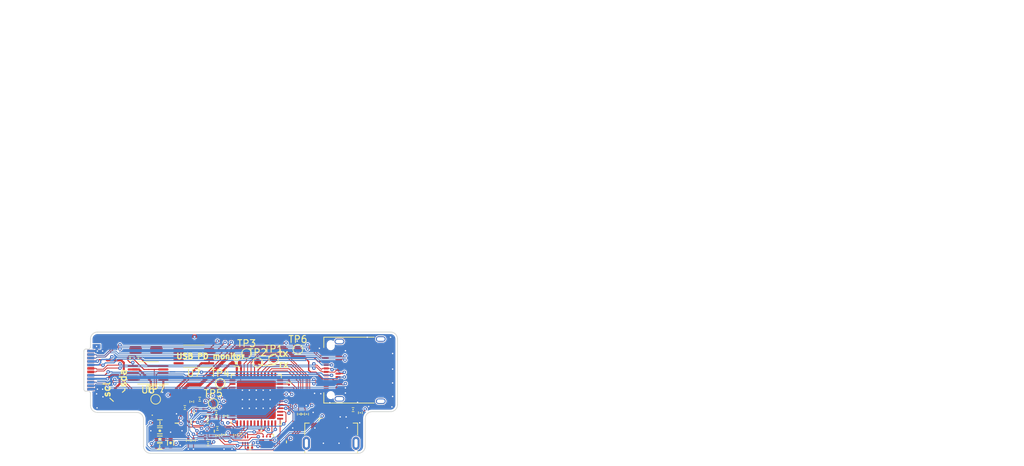
<source format=kicad_pcb>
(kicad_pcb (version 20221018) (generator pcbnew)
  (title_block (date "sam. 04 avril 2015"))
  (layers (0 "F.Cu" signal) (1 "In1.Cu" signal) (2 "In2.Cu" signal) (3 "In3.Cu" signal) (4 "In4.Cu" signal) (31 "B.Cu" signal) (34 "B.Paste" user) (35 "F.Paste" user) (36 "B.SilkS" user "B.Silkscreen") (37 "F.SilkS" user "F.Silkscreen") (38 "B.Mask" user) (39 "F.Mask" user) (44 "Edge.Cuts" user))
  (net 0 "")
  (net 1 "GND")
  (net 2 "+3V3")
  (net 3 "Net-(U3-EN)")
  (net 4 "Net-(U5-VDDA)")
  (net 5 "/USB_B_D_P")
  (net 6 "/USB_B_D_N")
  (net 7 "/USB_C_SSRX1_P")
  (net 8 "/USB_C_SSRX1_N")
  (net 9 "Net-(D1-K)")
  (net 10 "/USB_C_SBU2")
  (net 11 "/USB_C_D_N")
  (net 12 "/USB_C_D_P")
  (net 13 "/USB_C_SSTX2_N")
  (net 14 "/USB_C_SSTX2_P")
  (net 15 "/USB_C_SSRX2_P")
  (net 16 "/USB_C_SBU1")
  (net 17 "/USB_C_SSRX2_N")
  (net 18 "/USB_C_CC1")
  (net 19 "/USB_C_SSTX1_N")
  (net 20 "/USB_C_SSTX1_P")
  (net 21 "Net-(D2-RK)")
  (net 22 "Net-(D2-GK)")
  (net 23 "/CC2_EN")
  (net 24 "Net-(D2-BK)")
  (net 25 "Net-(J2-VBUS-PadA4)")
  (net 26 "/CC1_EN")
  (net 27 "/USB_C_CC2")
  (net 28 "Net-(P1-VBUS-PadA4)")
  (net 29 "/CC1_TX_EN")
  (net 30 "/CC1_TX_DATA")
  (net 31 "Net-(P1-VCONN)")
  (net 32 "Net-(Q1B-S)")
  (net 33 "/CC2_TX_EN")
  (net 34 "/CC2_TX_DATA")
  (net 35 "Net-(Q1A-S)")
  (net 36 "/BOOT")
  (net 37 "/USB_B_ID")
  (net 38 "/USB_C_VBUS_N")
  (net 39 "/USB_C_VBUS_P")
  (net 40 "/USB_C_CC2_N")
  (net 41 "/USB_C_CC2_P")
  (net 42 "/CC1_RP3A0")
  (net 43 "/CC2_RP3A0")
  (net 44 "/CC1_RA")
  (net 45 "/CC2_RA")
  (net 46 "/CC1_RP1A5")
  (net 47 "/CC2_RP1A5")
  (net 48 "/CC1_RD")
  (net 49 "/CC2_RD")
  (net 50 "/CC1_RPUSB")
  (net 51 "/CC2_RPUSB")
  (net 52 "/USB_B_VBUS")
  (net 53 "/VBUS_ALERT_L")
  (net 54 "Net-(Q2A-D)")
  (net 55 "Net-(Q2B-D)")
  (net 56 "/SDA")
  (net 57 "/SCL")
  (net 58 "/CC2_ALERT_L")
  (net 59 "Net-(Q3A-D)")
  (net 60 "Net-(Q3B-D)")
  (net 61 "/CC2_BUF")
  (net 62 "/CC1_BUF")
  (net 63 "/TX_CLKOUT")
  (net 64 "/UART_RX")
  (net 65 "/UART_TX")
  (net 66 "/LED_B_L")
  (net 67 "/LED_R_L")
  (net 68 "/LED_G_L")
  (net 69 "/TX_CLKIN")
  (net 70 "/DAC")
  (net 71 "/NRST")
  (net 72 "/OSC_OUT")
  (net 73 "/OSC_IN")
  (net 74 "/SWDIO")
  (net 75 "/SWCLK")
  (footprint "Diode_SMD:D_0402_1005Metric" (layer "F.Cu") (at 131.5 107.7)
    (fp_text reference "D1" hide)
    (fp_text value "5.6V" hide)
  )
  (footprint "pkl_dipol:L_0402" (layer "F.Cu") (at 131.5 108.8 180)
    (fp_text reference "FB1" hide)
    (fp_text value "600R" hide)
  )
  (footprint "Connector_USB:USB_Micro-B_GCT_USB3076-30-A" (layer "F.Cu") (at 156.2 110.55)
    (fp_text reference "J1" hide)
    (fp_text value "USB_B_Micro" hide)
  )
  (footprint "Connector_USB:USB_C_Receptacle_Amphenol_12401610E4-2A" (layer "F.Cu") (at 160.5 101.2 90)
    (fp_text reference "J2" hide)
    (fp_text value "USB_C_Receptacle" hide)
  )
  (footprint "Connector_USB:USB_C_Plug_Molex_105444" (layer "F.Cu") (at 121.5 101.2 90)
    (fp_text reference "P1" hide)
    (fp_text value "USB_C_Plug" hide)
  )
  (footprint "gkl_housings_qfn:MOSFET_1.0x0.6mm" (layer "F.Cu") (at 159.34 107.745 -90)
    (fp_text reference "Q4" hide)
    (fp_text value "Q_NMOS_DGS" hide)
  )
  (footprint "gkl_dipol:4W_R_1206" (layer "F.Cu") (at 127.4 105.4 180)
    (fp_text reference "R1" hide)
    (fp_text value "0.015" hide)
  )
  (footprint "gkl_dipol:4W_R_1206" (layer "F.Cu") (at 129.5 97.6)
    (fp_text reference "R2" hide)
    (fp_text value "0.015" hide)
  )
  (footprint "gkl_dipol:R_0201" (layer "F.Cu") (at 159.35 106.9 180)
    (fp_text reference "R19" hide)
    (fp_text value "51.1K" hide)
  )
  (footprint "gkl_dipol:R_0201" (layer "F.Cu") (at 160.4 107.35 -90)
    (fp_text reference "R20" hide)
    (fp_text value "51.1K" hide)
  )
  (footprint "Package_DFN_QFN:QFN-48-1EP_7x7mm_P0.5mm_EP5.6x5.6mm" (layer "F.Cu") (at 145.4 105.45 90)
    (fp_text reference "U5" hide)
    (fp_text value "STM32F072CBUx" hide)
  )
  (footprint "gkl_dipol:R_0201" (layer "F.Cu") (at 139.65 107.9 180)
    (fp_text reference "R10" hide)
    (fp_text value "12.1K" hide)
  )
  (footprint "gkl_dipol:R_0201" (layer "F.Cu") (at 136.35 111.35 -90)
    (fp_text reference "R3" hide)
    (fp_text value "381K" hide)
  )
  (footprint "gkl_dipol:R_0201" (layer "F.Cu") (at 139.8 109.6 180)
    (fp_text reference "R6" hide)
    (fp_text value "4.75K" hide)
  )
  (footprint "gkl_dipol:R_0201" (layer "F.Cu") (at 138.4 108.65)
    (fp_text reference "R14" hide)
    (fp_text value "35.7K" hide)
  )
  (footprint "gkl_dipol:R_0201" (layer "F.Cu") (at 139.85 110.65 90)
    (fp_text reference "R18" hide)
    (fp_text value "100R" hide)
  )
  (footprint "gkl_dipol:R_0201" (layer "F.Cu") (at 138.45 111.8 180)
    (fp_text reference "R17" hide)
    (fp_text value "200R" hide)
  )
  (footprint "gkl_dipol:R_0201" (layer "F.Cu") (at 135.6 111.35 -90)
    (fp_text reference "R4" hide)
    (fp_text value "381K" hide)
  )
  (footprint "gkl_dipol:R_0201" (layer "F.Cu") (at 139.65 107.3 180)
    (fp_text reference "R12" hide)
    (fp_text value "5.11K" hide)
  )
  (footprint "gkl_housings_bga:WLCSP-8 3X3_0.5" (layer "F.Cu") (at 146.9 111.3 -90)
    (fp_text reference "U4" hide)
    (fp_text value "AD8606ACB" hide)
  )
  (footprint "gkl_dipol:R_0201" (layer "F.Cu") (at 142.4 110.55 -90)
    (fp_text reference "R16" hide)
    (fp_text value "100R" hide)
  )
  (footprint "gkl_dipol:R_0201" (layer "F.Cu") (at 138.4 107.9)
    (fp_text reference "R8" hide)
    (fp_text value "1K" hide)
  )
  (footprint "gkl_housings_qfn:DFN1010B-6 (SOT1216)" (layer "F.Cu") (at 143.8 111.3)
    (fp_text reference "Q2" hide)
    (fp_text value "PMDXB600UNE" hide)
  )
  (footprint "gkl_housings_qfn:DFN1010B-6 (SOT1216)" (layer "F.Cu") (at 138.45 110.65 -90)
    (fp_text reference "Q3" hide)
    (fp_text value "PMDXB600UNE" hide)
  )
  (footprint "gkl_dipol:R_0201" (layer "F.Cu") (at 144.5 112.4 180)
    (fp_text reference "R15" hide)
    (fp_text value "200R" hide)
  )
  (footprint "gkl_housings_qfn:DFN1010B-6 (SOT1216)" (layer "F.Cu") (at 137.35 106.75 90)
    (fp_text reference "Q1" hide)
    (fp_text value "PMDXB600UNE" hide)
  )
  (footprint "gkl_led:0404LED_RGB" (layer "F.Cu") (at 150.45 112)
    (fp_text reference "D2" hide)
    (fp_text value "LED_ARGB" hide)
  )
  (footprint "gkl_dipol:R_0201" (layer "F.Cu") (at 152.1 107.55 90)
    (fp_text reference "R21" hide)
    (fp_text value "576R" hide)
  )
  (footprint "gkl_dipol:R_0201" (layer "F.Cu") (at 152.65 107.55 90)
    (fp_text reference "R23" hide)
    (fp_text value "604R" hide)
  )
  (footprint "gkl_dipol:R_0201" (layer "F.Cu") (at 151.6 107.55 90)
    (fp_text reference "R25" hide)
    (fp_text value "806R" hide)
  )
  (footprint "gkl_dipol:R_0201" (layer "F.Cu") (at 136.1 105.75 -90)
    (fp_text reference "R5" hide)
    (fp_text value "4.75K" hide)
  )
  (footprint "gkl_dipol:R_0201" (layer "F.Cu") (at 135.95 108.65 180)
    (fp_text reference "R7" hide)
    (fp_text value "1K" hide)
  )
  (footprint "gkl_dipol:R_0201" (layer "F.Cu") (at 140.7 110.5 90)
    (fp_text reference "R13" hide)
    (fp_text value "35.7K" hide)
  )
  (footprint "gkl_dipol:R_0201" (layer "F.Cu") (at 137.25 105.4 180)
    (fp_text reference "R11" hide)
    (fp_text value "5.11K" hide)
  )
  (footprint "gkl_dipol:R_0201" (layer "F.Cu") (at 135.1 106.6)
    (fp_text reference "R9" hide)
    (fp_text value "12.1K" hide)
  )
  (footprint "gkl_housings_son:X2SON_4_1.0x1.0mm" (layer "F.Cu") (at 133.45 108.3 180)
    (fp_text reference "U3" hide)
    (fp_text value "NCP167" hide)
  )
  (footprint "pkl_dipol:C_0402" (layer "F.Cu") (at 131.5 109.95 180)
    (fp_text reference "C1" hide)
    (fp_text value "1uF" hide)
  )
  (footprint "pkl_dipol:C_0201" (layer "F.Cu") (at 141 107.8 90)
    (fp_text reference "C2" hide)
    (fp_text value "100nF" hide)
  )
  (footprint "pkl_dipol:C_0201" (layer "F.Cu") (at 142.9 101)
    (fp_text reference "C3" hide)
    (fp_text value "100nF" hide)
  )
  (footprint "pkl_dipol:C_0402" (layer "F.Cu") (at 133.05 111.7 90)
    (fp_text reference "C4" hide)
    (fp_text value "4.7uF" hide)
  )
  (footprint "pkl_dipol:C_0201" (layer "F.Cu") (at 146.15 109.85 180)
    (fp_text reference "C5" hide)
    (fp_text value "10nF" hide)
  )
  (footprint "pkl_dipol:C_0402" (layer "F.Cu") (at 142.5 100.2)
    (fp_text reference "C7" hide)
    (fp_text value "4.7uF" hide)
  )
  (footprint "pkl_dipol:C_0201" (layer "F.Cu") (at 150.1 103 -90)
    (fp_text reference "C8" hide)
    (fp_text value "100nF" hide)
  )
  (footprint "pkl_dipol:L_0402" (layer "F.Cu") (at 131.5 112.2)
    (fp_text reference "FB2" hide)
    (fp_text value "600R" hide)
  )
  (footprint "pkl_dipol:C_0402" (layer "F.Cu") (at 131.5 111.15)
    (fp_text reference "C6" hide)
    (fp_text value "1uF" hide)
  )
  (footprint "gkl_dipol:R_0201" (layer "F.Cu") (at 128.4 99.5)
    (fp_text reference "R22" hide)
    (fp_text value "2.12K" hide)
  )
  (footprint "gkl_dipol:R_0201" (layer "F.Cu") (at 127.2 99.5)
    (fp_text reference "R24" hide)
    (fp_text value "2.12K" hide)
  )
  (footprint "Package_SO:VSSOP-10_3x3mm_P0.5mm" (layer "F.Cu") (at 129.8 101.6 180)
    (fp_text reference "U6")
    (fp_text value "INA237")
  )
  (footprint "TestPoint:TestPoint_Pad_D1.0mm" (layer "F.Cu") (at 145.6 100.1)
    (fp_text reference "TP2")
    (fp_text value "TestPoint")
  )
  (footprint "TestPoint:TestPoint_Pad_D1.0mm" (layer "F.Cu") (at 140.2 103.1)
    (fp_text reference "TP4")
    (fp_text value "TestPoint")
  )
  (footprint "Package_SO:VSSOP-10_3x3mm_P0.5mm" (layer "F.Cu") (at 136.4 99.2 180)
    (fp_text reference "U7")
    (fp_text value "INA237")
  )
  (footprint "TestPoint:TestPoint_Pad_D1.0mm" (layer "F.Cu") (at 151.4 98.2)
    (fp_text reference "TP6")
    (fp_text value "TestPoint")
  )
  (footprint "TestPoint:TestPoint_Pad_D1.0mm" (layer "F.Cu") (at 144 98.8)
    (fp_text reference "TP3")
    (fp_text value "TestPoint")
  )
  (footprint "TestPoint:TestPoint_Pad_D1.0mm" (layer "F.Cu") (at 147.9 99.6)
    (fp_text reference "TP1")
    (fp_text value "TestPoint")
  )
  (footprint "TestPoint:TestPoint_Pad_D1.0mm" (layer "F.Cu") (at 139.2 106)
    (fp_text reference "TP5")
    (fp_text value "TestPoint")
  )
  (footprint "TestPoint:TestPoint_Pad_D1.0mm" (layer "F.Cu") (at 130.9 105.4)
    (fp_text reference "TP7")
    (fp_text value "TestPoint")
  )
  (footprint "NetTie:NetTie-2_SMD_Pad0.5mm" (layer "B.Cu") (at 142.8 109.4 180)
    (fp_text reference "NT1" hide)
    (fp_text value "Net-Tie_2" hide)
  )
  (gr_line (start 146.65 100.55) (end 148.2 100.4) (stroke (width 0.15)) (layer "F.SilkS"))
  (gr_line (start 126.1 104.4) (end 126.45 104.1) (stroke (width 0.15)) (layer "F.SilkS"))
  (gr_line (start 124.8 105.7) (end 124.3 105.25) (stroke (width 0.15)) (layer "F.SilkS"))
  (gr_line (start 126.45 104.1) (end 126.45 103.85) (stroke (width 0.15)) (layer "F.SilkS"))
  (gr_line (start 147.2 99.35) (end 148.2 98.85) (stroke (width 0.15)) (layer "F.SilkS"))
  (gr_line (start 145.7 100.35) (end 146.65 100.55) (stroke (width 0.15)) (layer "F.SilkS"))
  (gr_arc (start 120.55 98.45) (mid 120.637868 98.237868) (end 120.85 98.15) (stroke (width 0.1)) (layer "Edge.Cuts"))
  (gr_line (start 120.85 98.15) (end 121.2 98.15) (stroke (width 0.1)) (layer "Edge.Cuts"))
  (gr_arc (start 120.85 104.25) (mid 120.637868 104.162132) (end 120.55 103.95) (stroke (width 0.1)) (layer "Edge.Cuts"))
  (gr_arc (start 121.2 104.25) (mid 121.412132 104.337868) (end 121.5 104.55) (stroke (width 0.1)) (layer "Edge.Cuts"))
  (gr_arc (start 122.5 107.3) (mid 121.792893 107.007107) (end 121.5 106.3) (stroke (width 0.1)) (layer "Edge.Cuts"))
  (gr_line (start 121.5 106.3) (end 121.5 104.55) (stroke (width 0.1)) (layer "Edge.Cuts"))
  (gr_line (start 120.85 104.25) (end 121.2 104.25) (stroke (width 0.1)) (layer "Edge.Cuts"))
  (gr_line (start 120.55 103.95) (end 120.55 98.45) (stroke (width 0.1)) (layer "Edge.Cuts"))
  (gr_line (start 129.15 112.2) (end 129.15 108.3) (stroke (width 0.1)) (layer "Edge.Cuts"))
  (gr_line (start 128.15 107.3) (end 122.5 107.3) (stroke (width 0.1)) (layer "Edge.Cuts"))
  (gr_arc (start 128.15 107.3) (mid 128.857107 107.592893) (end 129.15 108.3) (stroke (width 0.1)) (layer "Edge.Cuts"))
  (gr_arc (start 130.15 113.2) (mid 129.442893 112.907107) (end 129.15 112.2) (stroke (width 0.1)) (layer "Edge.Cuts"))
  (gr_arc (start 161.1 112.2) (mid 160.807107 112.907107) (end 160.1 113.2) (stroke (width 0.1)) (layer "Edge.Cuts"))
  (gr_arc (start 164.75 95.7) (mid 165.457107 95.992893) (end 165.75 96.7) (stroke (width 0.1)) (layer "Edge.Cuts"))
  (gr_arc (start 121.5 96.707107) (mid 121.792893 96) (end 122.5 95.707107) (stroke (width 0.1)) (layer "Edge.Cuts"))
  (gr_arc (start 161.1 108.2) (mid 161.392893 107.492893) (end 162.1 107.2) (stroke (width 0.1)) (layer "Edge.Cuts"))
  (gr_arc (start 165.75 106.2) (mid 165.457107 106.907107) (end 164.75 107.2) (stroke (width 0.1)) (layer "Edge.Cuts"))
  (gr_line (start 162.1 107.2) (end 164.75 107.2) (stroke (width 0.1)) (layer "Edge.Cuts"))
  (gr_line (start 161.1 112.2) (end 161.1 108.2) (stroke (width 0.1)) (layer "Edge.Cuts"))
  (gr_line (start 121.5 97.85) (end 121.5 96.707107) (stroke (width 0.1)) (layer "Edge.Cuts"))
  (gr_line (start 165.75 96.707107) (end 165.75 106.2) (stroke (width 0.1)) (layer "Edge.Cuts"))
  (gr_arc (start 121.5 97.85) (mid 121.412132 98.062132) (end 121.2 98.15) (stroke (width 0.1)) (layer "Edge.Cuts"))
  (gr_line (start 160.1 113.2) (end 130.15 113.2) (stroke (width 0.1)) (layer "Edge.Cuts"))
  (gr_line (start 164.75 95.7) (end 122.5 95.707107) (stroke (width 0.1)) (layer "Edge.Cuts"))
  (gr_text "tx" (at 149.3 98.75) (layer "F.SilkS") (effects (font (size 1 1) (thickness 0.2))))
  (gr_text "scl" (at 123.85 104 90) (layer "F.SilkS") (effects (font (size 1 1) (thickness 0.2))))
  (gr_text "sda\n" (at 126.2 102.35 90) (layer "F.SilkS") (effects (font (size 1 1) (thickness 0.2))))
  (gr_text "USB PD monitor" (at 138.8 99.2) (layer "F.SilkS") (effects (font (size 0.8 0.8) (thickness 0.2))))
  (gr_text "rx" (at 149.35 100.35) (layer "F.SilkS") (effects (font (size 1 1) (thickness 0.2))))
  (segment (start 122.38 104.62) (end 122.38 104.07) (width 0.3) (layer "F.Cu") (net 1))
  (segment (start 157.18 98.7) (end 157.95 98.7) (width 0.15) (layer "F.Cu") (net 1))
  (segment (start 150 103.2) (end 150.1 103.3) (width 0.12) (layer "F.Cu") (net 1))
  (segment (start 155.28 103.95) (end 154.7 104.53) (width 0.15) (layer "F.Cu") (net 1))
  (segment (start 133.9 107.5) (end 133.9 107.925) (width 0.12) (layer "F.Cu") (net 1))
  (segment (start 141.2 107.7) (end 141 107.5) (width 0.12) (layer "F.Cu") (net 1))
  (segment (start 159.015 107.92) (end 158.38 107.92) (width 0.15) (layer "F.Cu") (net 1))
  (segment (start 143.15 107.7) (end 141.9625 107.7) (width 0.12) (layer "F.Cu") (net 1))
  (segment (start 147.4 100.7) (end 146.65 101.45) (width 0.12) (layer "F.Cu") (net 1))
  (segment (start 137.6 110.3) (end 138.025 110.3) (width 0.12) (layer "F.Cu") (net 1))
  (segment (start 146.65 101.45) (end 146.65 102.0125) (width 0.12) (layer "F.Cu") (net 1))
  (segment (start 139.9 106) (end 140.1 105.8) (width 0.12) (layer "F.Cu") (net 1))
  (segment (start 131.985 107.7) (end 133.4 107.7) (width 0.12) (layer "F.Cu") (net 1))
  (segment (start 155.48 103.95) (end 155.28 103.95) (width 0.15) (layer "F.Cu") (net 1))
  (segment (start 157.95 98.7) (end 158.25 98.4) (width 0.15) (layer "F.Cu") (net 1))
  (segment (start 152.1 105.8) (end 152.1 102.458834) (width 0.12) (layer "F.Cu") (net 1))
  (segment (start 132.55 111.2) (end 132.5 111.15) (width 0.12) (layer "F.Cu") (net 1))
  (segment (start 152.6 106.3) (end 152.1 105.8) (width 0.12) (layer "F.Cu") (net 1))
  (segment (start 138.1 107.9) (end 137.55 107.9) (width 0.12) (layer "F.Cu") (net 1))
  (segment (start 121.54 103.95) (end 122.5 103.95) (width 0.12) (layer "F.Cu") (net 1))
  (segment (start 121.54 98.45) (end 122.5 98.45) (width 0.12) (layer "F.Cu") (net 1))
  (segment (start 122.5 103.95) (end 123.25 103.95) (width 0.12) (layer "F.Cu") (net 1))
  (segment (start 157.5 109.1) (end 157.5 107.95) (width 0.12) (layer "F.Cu") (net 1))
  (segment (start 157.834001 103.571) (end 157.705001 103.7) (width 0.115) (layer "F.Cu") (net 1))
  (segment (start 122.38 104.07) (end 122.5 103.95) (width 0.3) (layer "F.Cu") (net 1))
  (segment (start 157.95 104.2) (end 158.25 104.5) (width 0.15) (layer "F.Cu") (net 1))
  (segment (start 135.6 111.65) (end 135.6 112.6) (width 0.12) (layer "F.Cu") (net 1))
  (segment (start 147.65 103.2) (end 145.4 105.45) (width 0.15) (layer "F.Cu") (net 1))
  (segment (start 158.38 107.92) (end 158.35 107.95) (width 0.15) (layer "F.Cu") (net 1))
  (segment (start 133.9 107.5) (end 133.85 107.55) (width 0.12) (layer "F.Cu") (net 1))
  (segment (start 137.5 110.2) (end 137.6 110.3) (width 0.12) (layer "F.Cu") (net 1))
  (segment (start 143.2 100.7) (end 143.2 101) (width 0.3) (layer "F.Cu") (net 1))
  (segment (start 133.05 111.2) (end 133.05 110.15) (width 0.12) (layer "F.Cu") (net 1))
  (segment (start 133.55 107.55) (end 133.45 107.65) (width 0.12) (layer "F.Cu") (net 1))
  (segment (start 143.2 101.9625) (end 143.15 102.0125) (width 0.25) (layer "F.Cu") (net 1))
  (segment (start 148.8375 103.2) (end 147.65 103.2) (width 0.15) (layer "F.Cu") (net 1))
  (segment (start 145.899999 111.360988) (end 145.65 111.610987) (width 0.12) (layer "F.Cu") (net 1))
  (segment (start 131 109.95) (end 130.2 109.95) (width 0.2) (layer "F.Cu") (net 1))
  (segment (start 133.85 107.55) (end 133.55 107.55) (width 0.12) (layer "F.Cu") (net 1))
  (segment (start 154.7 104.53) (end 154.7 104.599998) (width 0.15) (layer "F.Cu") (net 1))
  (segment (start 157.705001 103.7) (end 157.18 103.7) (width 0.115) (layer "F.Cu") (net 1))
  (segment (start 154.9 98.45) (end 154.5 98.05) (width 0.15) (layer "F.Cu") (net 1))
  (segment (start 143 100.2) (end 143 100.5) (width 0.3) (layer "F.Cu") (net 1))
  (segment (start 132.05 111.2) (end 132 111.15) (width 0.2) (layer "F.Cu") (net 1))
  (segment (start 150.341166 100.7) (end 147.4 100.7) (width 0.12) (layer "F.Cu") (net 1))
  (segment (start 146.15 108.8875) (end 146.15 109.55) (width 0.12) (layer "F.Cu") (net 1))
  (segment (start 133.4 107.7) (end 133.45 107.65) (width 0.12) (layer "F.Cu") (net 1))
  (segment (start 157.18 104.2) (end 157.95 104.2) (width 0.15) (layer "F.Cu") (net 1))
  (segment (start 136.35 111.65) (end 136.35 112.6) (width 0.12) (layer "F.Cu") (net 1))
  (segment (start 127.6 101.1) (end 128.5 101.1) (width 0.3) (layer "F.Cu") (net 1))
  (segment (start 143.2 101) (end 143.2 101.9625) (width 0.25) (layer "F.Cu") (net 1))
  (segment (start 131.9 104.4) (end 132 104.3) (width 0.3) (layer "F.Cu") (net 1))
  (segment (start 158.0575 103.571) (end 157.834001 103.571) (width 0.115) (layer "F.Cu") (net 1))
  (segment (start 146.15 106.2) (end 146.15 108.8875) (width 0.12) (layer "F.Cu") (net 1))
  (segment (start 146.4 111.3) (end 145.960987 111.3) (width 0.12) (layer "F.Cu") (net 1))
  (segment (start 123.25 103.95) (end 121.54 103.95) (width 0.3) (layer "F.Cu") (net 1))
  (segment (start 145.4 105.45) (end 143.15 107.7) (width 0.12) (layer "F.Cu") (net 1))
  (segment (start 132 111.15) (end 132.5 111.15) (width 0.12) (layer "F.Cu") (net 1))
  (segment (start 139.2 106) (end 139.9 106) (width 0.12) (layer "F.Cu") (net 1))
  (segment (start 143.45 112.05198) (end 143.45 111.725) (width 0.12) (layer "F.Cu") (net 1))
  (segment (start 122.5 98.45) (end 123.25 98.45) (width 0.12) (layer "F.Cu") (net 1))
  (segment (start 143 100.5) (end 143.2 100.7) (width 0.3) (layer "F.Cu") (net 1))
  (segment (start 122.38 104.62) (end 122.38 104.62) (width 0.3) (layer "F.Cu") (net 1))
  (segment (start 141.9 112.60198) (end 142.9 112.60198) (width 0.12) (layer "F.Cu") (net 1))
  (segment (start 148.8375 103.2) (end 150 103.2) (width 0.12) (layer "F.Cu") (net 1))
  (segment (start 133.05 111.2) (end 132.55 111.2) (width 0.12) (layer "F.Cu") (net 1))
  (segment (start 141.9625 107.7) (end 141.2 107.7) (width 0.12) (layer "F.Cu") (net 1))
  (segment (start 143.15 103.2) (end 145.4 105.45) (width 0.12) (layer "F.Cu") (net 1))
  (segment (start 123.25 98.45) (end 121.54 98.45) (width 0.3) (layer "F.Cu") (net 1))
  (segment (start 133.9 107.925) (end 133.95 107.975) (width 0.12) (layer "F.Cu") (net 1))
  (segment (start 132 102.6) (end 132 102.1) (width 0.15) (layer "F.Cu") (net 1))
  (segment (start 142.9 112.60198) (end 143.45 112.05198) (width 0.12) (layer "F.Cu") (net 1))
  (segment (start 152.1 102.458834) (end 150.341166 100.7) (width 0.12) (layer "F.Cu") (net 1))
  (segment (start 128.5 101.1) (end 130.2 102.8) (width 0.3) (layer "F.Cu") (net 1))
  (segment (start 143.15 102.0125) (end 143.15 103.2) (width 0.12) (layer "F.Cu") (net 1))
  (segment (start 130.2 102.8) (end 130.2 104.4) (width 0.3) (layer "F.Cu") (net 1))
  (segment (start 158.25 103.7635) (end 158.0575 103.571) (width 0.115) (layer "F.Cu") (net 1))
  (segment (start 155.48 98.45) (end 154.9 98.45) (width 0.15) (layer "F.Cu") (net 1))
  (segment (start 145.960987 111.3) (end 145.899999 111.360988) (width 0.12) (layer "F.Cu") (net 1))
  (segment (start 133.45 108.3) (end 133.45 107.65) (width 0.12) (layer "F.Cu") (net 1))
  (segment (start 146.15 109.55) (end 145.85 109.85) (width 0.12) (layer "F.Cu") (net 1))
  (segment (start 132 104.3) (end 132 102.6) (width 0.3) (layer "F.Cu") (net 1))
  (via (at 133.9 107.5) (size 0.5) (drill 0.2) (layers "F.Cu" "B.Cu") (net 1))
  (via (at 133.05 110.15) (size 0.5) (drill 0.2) (layers "F.Cu" "B.Cu") (net 1))
  (via (at 134.7 109.95) (size 0.5) (drill 0.2) (layers "F.Cu" "B.Cu") (net 1))
  (via (at 134.45 112.05) (size 0.5) (drill 0.2) (layers "F.Cu" "B.Cu") (net 1))
  (via (at 150.65 109.55) (size 0.5) (drill 0.2) (layers "F.Cu" "B.Cu") (net 1))
  (via (at 153.6 107.3) (size 0.5) (drill 0.2) (layers "F.Cu" "B.Cu") (net 1))
  (via (at 153.8 104.55) (size 0.5) (drill 0.2) (layers "F.Cu" "B.Cu") (net 1))
  (via (at 156 105.9) (size 0.5) (drill 0.2) (layers "F.Cu" "B.Cu") (net 1))
  (via (at 160 105.85) (size 0.5) (drill 0.2) (layers "F.Cu" "B.Cu") (net 1))
  (via (at 165.05 105) (size 0.5) (drill 0.2) (layers "F.Cu" "B.Cu") (net 1))
  (via (at 165.05 103.05) (size 0.5) (drill 0.2) (layers "F.Cu" "B.Cu") (net 1))
  (via (at 165.05 101.05) (size 0.5) (drill 0.2) (layers "F.Cu" "B.Cu") (net 1))
  (via (at 165.05 98.8) (size 0.5) (drill 0.2) (layers "F.Cu" "B.Cu") (net 1))
  (via (at 164.75 96.45) (size 0.5) (drill 0.2) (layers "F.Cu" "B.Cu") (net 1))
  (via (at 161.4 96.45) (size 0.5) (drill 0.2) (layers "F.Cu" "B.Cu") (net 1))
  (via (at 151.3 97) (size 0.5) (drill 0.2) (layers "F.Cu" "B.Cu") (net 1))
  (via (at 161.6 106.45) (size 0.5) (drill 0.2) (layers "F.Cu" "B.Cu") (net 1))
  (via (at 147.4 105.45) (size 0.5) (drill 0.2) (layers "F.Cu" "B.Cu") (net 1))
  (via (at 146.4 105.45) (size 0.5) (drill 0.2) (layers "F.Cu" "B.Cu") (net 1))
  (via (at 158.25 98.4) (size 0.5) (drill 0.2) (layers "F.Cu" "B.Cu") (net 1))
  (via (at 155.075 111.75) (size 0.5) (drill 0.2) (layers "F.Cu" "B.Cu") (net 1))
  (via (at 158.25 104.5) (size 0.5) (drill 0.2) (layers "F.Cu" "B.Cu") (net 1))
  (via (at 135.6 112.6) (size 0.5) (drill 0.2) (layers "F.Cu" "B.Cu") (net 1))
  (via (at 144.4 104.1) (size 0.5) (drill 0.2) (layers "F.Cu" "B.Cu") (net 1))
  (via (at 158.35 107.95) (size 0.5) (drill 0.2) (layers "F.Cu" "B.Cu") (net 1))
  (via (at 123.3 105.05) (size 0.5) (drill 0.2) (layers "F.Cu" "B.Cu") (net 1))
  (via (at 143.4 106.7) (size 0.5) (drill 0.2) (layers "F.Cu" "B.Cu") (net 1))
  (via (at 122.45 106.65) (size 0.5) (drill 0.2) (layers "F.Cu" "B.Cu") (net 1))
  (via (at 137.5 110.3) (size 0.5) (drill 0.2) (layers "F.Cu" "B.Cu") (net 1))
  (via (at 122.38 97.78) (size 0.5) (drill 0.2) (layers "F.Cu" "B.Cu") (net 1))
  (via (at 145.65 111.610987) (size 0.5) (drill 0.2) (layers "F.Cu" "B.Cu") (net 1))
  (via (at 157.5 107.95) (size 0.5) (drill 0.2) (layers "F.Cu" "B.Cu") (net 1))
  (via (at 147.4 106.7) (size 0.5) (drill 0.2) (layers "F.Cu" "B.Cu") (net 1))
  (via (at 122.38 104.62) (size 0.5) (drill 0.2) (layers "F.Cu" "B.Cu") (net 1))
  (via (at 157.325 111.75) (size 0.5) (drill 0.2) (layers "F.Cu" "B.Cu") (net 1))
  (via (at 123.25 98.45) (size 0.5) (drill 0.2) (layers "F.Cu" "B.Cu") (net 1))
  (via (at 144.4 106.7) (size 0.5) (drill 0.2) (layers "F.Cu" "B.Cu") (net 1))
  (via (at 136.35 112.6) (size 0.5) (drill 0.2) (layers "F.Cu" "B.Cu") (net 1))
  (via (at 164.95 106.5) (size 0.5) (drill 0.2) (layers "F.Cu" "B.Cu") (net 1))
  (via (at 140.1 105.8) (size 0.5) (drill 0.2) (layers "F.Cu" "B.Cu") (net 1))
  (via (at 140.75 112.6) (size 0.5) (drill 0.2) (layers "F.Cu" "B.Cu") (net 1))
  (via (at 145.4 105.45) (size 0.5) (drill 0.2) (layers "F.Cu" "B.Cu") (net 1))
  (via (at 146.4 104.1) (size 0.5) (drill 0.2) (layers "F.Cu" "B.Cu") (net 1))
  (via (at 154.7 104.599998) (size 0.5) (drill 0.2) (layers "F.Cu" "B.Cu") (net 1))
  (via (at 154.5 98.05) (size 0.5) (drill 0.2) (layers "F.Cu" "B.Cu") (net 1))
  (via (at 130.2 104.4) (size 0.5) (drill 0.2) (layers "F.Cu" "B.Cu") (net 1))
  (via (at 123.25 103.95) (size 0.5) (drill 0.2) (layers "F.Cu" "B.Cu") (net 1))
  (via (at 153.85 109.55) (size 0.5) (drill 0.2) (layers "F.Cu" "B.Cu") (net 1))
  (via (at 146.4 106.7) (size 0.5) (drill 0.2) (layers "F.Cu" "B.Cu") (net 1))
  (via (at 143.4 104.1) (size 0.5) (drill 0.2) (layers "F.Cu" "B.Cu") (net 1))
  (via (at 130.2 109.95) (size 0.5) (drill 0.2) (layers "F.Cu" "B.Cu") (net 1))
  (via (at 145.4 104.1) (size 0.5) (drill 0.2) (layers "F.Cu" "B.Cu") (net 1))
  (via (at 122.5 103.95) (size 0.5) (drill 0.2) (layers "F.Cu" "B.Cu") (net 1))
  (via (at 147.4 104.1) (size 0.5) (drill 0.2) (layers "F.Cu" "B.Cu") (net 1))
  (via (at 158.5 109.5) (size 0.5) (drill 0.2) (layers "F.Cu" "B.Cu") (net 1))
  (via (at 158.25 103.7635) (size 0.5) (drill 0.2) (layers "F.Cu" "B.Cu") (net 1))
  (via (at 137.55 107.9) (size 0.5) (drill 0.2) (layers "F.Cu" "B.Cu") (net 1))
  (via (at 152.6 106.3) (size 0.5) (drill 0.2) (layers "F.Cu" "B.Cu") (net 1))
  (via (at 160.3 108.8) (size 0.5) (drill 0.2) (layers "F.Cu" "B.Cu") (net 1))
  (via (at 122.5 98.45) (size 0.5) (drill 0.2) (layers "F.Cu" "B.Cu") (net 1))
  (via (at 144.4 105.45) (size 0.5) (drill 0.2) (layers "F.Cu" "B.Cu") (net 1))
  (via (at 143.4 105.45) (size 0.5) (drill 0.2) (layers "F.Cu" "B.Cu") (net 1))
  (via (at 131.9 104.4) (size 0.5) (drill 0.2) (layers "F.Cu" "B.Cu") (net 1))
  (via (at 141.9 112.60198) (size 0.5) (drill 0.2) (layers "F.Cu" "B.Cu") (net 1))
  (via (at 145.4 106.7) (size 0.5) (drill 0.2) (layers "F.Cu" "B.Cu") (net 1))
  (segment (start 122.38 97.78) (end 122.38 98.33) (width 0.3) (layer "B.Cu") (net 1))
  (segment (start 157.25012 103.571) (end 158.0575 103.571) (width 0.115) (layer "B.Cu") (net 1))
  (segment (start 152.6 106.3) (end 152.294292 105.994292) (width 0.12) (layer "B.Cu") (net 1))
  (segment (start 121.54 98.45) (end 122.5 98.45) (width 0.12) (layer "B.Cu") (net 1))
  (segment (start 150.886919 105.994292) (end 150.881211 106) (width 0.12) (layer "B.Cu") (net 1))
  (segment (start 137.759 107.691) (end 137.55 107.9) (width 0.12) (layer "B.Cu") (net 1))
  (segment (start 124.04988 103.921) (end 156.90012 103.921) (width 0.115) (layer "B.Cu") (net 1))
  (segment (start 152.294292 105.994292) (end 150.886919 105.994292) (width 0.12) (layer "B.Cu") (net 1))
  (segment (start 121.54 103.45) (end 122.290001 103.45) (width 0.115) (layer "B.Cu") (net 1))
  (segment (start 122.38 98.33) (end 122.5 98.45) (width 0.3) (layer "B.Cu") (net 1))
  (segment (start 149.10701 105.29742) (end 146.71343 107.691) (width 0.12) (layer "B.Cu") (net 1))
  (segment (start 123.25 103.95) (end 121.54 103.95) (width 0.3) (layer "B.Cu") (net 1))
  (segment (start 146.71343 107.691) (end 137.759 107.691) (width 0.12) (layer "B.Cu") (net 1))
  (segment (start 149.849589 105.29742) (end 149.10701 105.29742) (width 0.12) (layer "B.Cu") (net 1))
  (segment (start 158.0575 103.571) (end 158.25 103.7635) (width 0.115) (layer "B.Cu") (net 1))
  (segment (start 150.552169 106) (end 149.849589 105.29742) (width 0.12) (layer "B.Cu") (net 1))
  (segment (start 122.290001 103.45) (end 122.419001 103.321) (width 0.115) (layer "B.Cu") (net 1))
  (segment (start 156.90012 103.921) (end 157.25012 103.571) (width 0.115) (layer "B.Cu") (net 1))
  (segment (start 122.38 97.78) (end 122.38 97.78) (width 0.3) (layer "B.Cu") (net 1))
  (segment (start 123.25 98.45) (end 121.54 98.45) (width 0.3) (layer "B.Cu") (net 1))
  (segment (start 123.44988 103.321) (end 124.04988 103.921) (width 0.115) (layer "B.Cu") (net 1))
  (segment (start 150.881211 106) (end 150.552169 106) (width 0.12) (layer "B.Cu") (net 1))
  (segment (start 122.419001 103.321) (end 123.44988 103.321) (width 0.115) (layer "B.Cu") (net 1))
  (segment (start 121.54 103.95) (end 122.5 103.95) (width 0.12) (layer "B.Cu") (net 1))
  (segment (start 138.75 111.8) (end 139 111.8) (width 0.12) (layer "F.Cu") (net 2))
  (segment (start 142.6 100.6) (end 142.6 101) (width 0.3) (layer "F.Cu") (net 2))
  (segment (start 139 111.8) (end 139.25 111.55) (width 0.12) (layer "F.Cu") (net 2))
  (segment (start 127.6 100.1) (end 127.2 100.1) (width 0.15) (layer "F.Cu") (net 2))
  (segment (start 141 108.1) (end 141.1 108.1) (width 0.12) (layer "F.Cu") (net 2))
  (segment (start 150.125 111.275) (end 150.35 111.05) (width 0.15) (layer "F.Cu") (net 2))
  (segment (start 151.272 105.928) (end 151.056747 106.143253) (width 0.12) (layer "F.Cu") (net 2))
  (segment (start 151.056747 106.143253) (end 151.056747 106.404292) (width 0.12) (layer "F.Cu") (net 2))
  (segment (start 142.2 100.2) (end 142.6 100.6) (width 0.3) (layer "F.Cu") (net 2))
  (segment (start 127.9 99.1) (end 127.1 99.1) (width 0.15) (layer "F.Cu") (net 2))
  (segment (start 134.5 105.75) (end 136.05 104.2) (width 0.3) (layer "F.Cu") (net 2))
  (segment (start 127.1 99.1) (end 126.9 99.3) (width 0.15) (layer "F.Cu") (net 2))
  (segment (start 133.4 112.2) (end 133.85 111.75) (width 0.1) (layer "F.Cu") (net 2))
  (segment (start 142.6 101) (end 142.6 101.9625) (width 0.3) (layer "F.Cu") (net 2))
  (segment (start 150.1 102.7) (end 151.272 103.872) (width 0.12) (layer "F.Cu") (net 2))
  (segment (start 126.9 99.3) (end 126.9 99.5) (width 0.15) (layer "F.Cu") (net 2))
  (segment (start 128.1 99.3) (end 127.9 99.1) (width 0.15) (layer "F.Cu") (net 2))
  (segment (start 151.272 103.872) (end 151.272 105.928) (width 0.12) (layer "F.Cu") (net 2))
  (segment (start 141.1 108.1) (end 141.2 108.2) (width 0.12) (layer "F.Cu") (net 2))
  (segment (start 138.6 99.7) (end 138.6 100.2) (width 0.15) (layer "F.Cu") (net 2))
  (segment (start 142.2 108.6) (end 142.4875 108.8875) (width 0.12) (layer "F.Cu") (net 2))
  (segment (start 127.6 100.6) (end 127.6 100.1) (width 0.15) (layer "F.Cu") (net 2))
  (segment (start 144.8 111.9) (end 145 111.7) (width 0.12) (layer "F.Cu") (net 2))
  (segment (start 133.05 112.2) (end 133.4 112.2) (width 0.1) (layer "F.Cu") (net 2))
  (segment (start 142.4875 108.8875) (end 142.65 108.8875) (width 0.12) (layer "F.Cu") (net 2))
  (segment (start 128.1 99.5) (end 128.1 99.3) (width 0.15) (layer "F.Cu") (net 2))
  (segment (start 147.4 111.3) (end 148.05 111.3) (width 0.12) (layer "F.Cu") (net 2))
  (segment (start 134.275 108.625) (end 134.55 108.9) (width 0.12) (layer "F.Cu") (net 2))
  (segment (start 137.5 100.2) (end 138.6 100.2) (width 0.3) (layer "F.Cu") (net 2))
  (segment (start 144.8 112.4) (end 144.8 111.9) (width 0.12) (layer "F.Cu") (net 2))
  (segment (start 142 100.2) (end 142.2 100.2) (width 0.3) (layer "F.Cu") (net 2))
  (segment (start 134.275 108.625) (end 134.275 108.325) (width 0.12) (layer "F.Cu") (net 2))
  (segment (start 134.275 108.325) (end 134.5 108.1) (width 0.12) (layer "F.Cu") (net 2))
  (segment (start 141.2 108.2) (end 141.9625 108.2) (width 0.12) (layer "F.Cu") (net 2))
  (segment (start 134.5 108.1) (end 134.5 105.75) (width 0.3) (layer "F.Cu") (net 2))
  (segment (start 141.7 100.2) (end 142 100.2) (width 0.3) (layer "F.Cu") (net 2))
  (segment (start 148.8375 102.7) (end 150.1 102.7) (width 0.12) (layer "F.Cu") (net 2))
  (segment (start 132.9 104.8) (end 137.5 100.2) (width 0.3) (layer "F.Cu") (net 2))
  (segment (start 136.05 104.2) (end 137.7 104.2) (width 0.3) (layer "F.Cu") (net 2))
  (segment (start 150.125 111.675) (end 150.125 111.275) (width 0.15) (layer "F.Cu") (net 2))
  (segment (start 127.2 100.1) (end 126.9 99.8) (width 0.15) (layer "F.Cu") (net 2))
  (segment (start 142.6 101.9625) (end 142.65 102.0125) (width 0.3) (layer "F.Cu") (net 2))
  (segment (start 126.9 99.8) (end 126.9 99.5) (width 0.15) (layer "F.Cu") (net 2))
  (segment (start 137.7 104.2) (end 141.7 100.2) (width 0.3) (layer "F.Cu") (net 2))
  (segment (start 133.05 112.2) (end 132 112.2) (width 0.2) (layer "F.Cu") (net 2))
  (segment (start 142.2 108.6) (end 141.9625 108.3625) (width 0.12) (layer "F.Cu") (net 2))
  (segment (start 132.7 104.8) (end 132.9 104.8) (width 0.3) (layer "F.Cu") (net 2))
  (segment (start 133.97 108.625) (end 134.275 108.625) (width 0.12) (layer "F.Cu") (net 2))
  (segment (start 141.9625 108.3625) (end 141.9625 108.2) (width 0.12) (layer "F.Cu") (net 2))
  (via (at 134.5 108.1) (size 0.5) (drill 0.2) (layers "F.Cu" "B.Cu") (net 2))
  (via (at 151.056747 106.404292) (size 0.5) (drill 0.2) (layers "F.Cu" "B.Cu") (net 2))
  (via (at 150.35 111.05) (size 0.5) (drill 0.2) (layers "F.Cu" "B.Cu") (net 2))
  (via (at 148.05 111.3) (size 0.5) (drill 0.2) (layers "F.Cu" "B.Cu") (net 2))
  (via (at 132.7 104.8) (size 0.5) (drill 0.2) (layers "F.Cu" "B.Cu") (net 2))
  (via (at 133.85 111.75) (size 0.5) (drill 0.2) (layers "F.Cu" "B.Cu") (net 2))
  (via (at 145 111.7) (size 0.5) (drill 0.2) (layers "F.Cu" "B.Cu") (net 2))
  (via (at 139.25 111.55) (size 0.5) (drill 0.2) (layers "F.Cu" "B.Cu") (net 2))
  (via (at 134.55 108.9) (size 0.5) (drill 0.2) (layers "F.Cu" "B.Cu") (net 2))
  (via (at 127.6 100.1) (size 0.5) (drill 0.2) (layers "F.Cu" "B.Cu") (net 2))
  (via (at 142.2 108.6) (size 0.5) (drill 0.2) (layers "F.Cu" "B.Cu") (net 2))
  (segment (start 132.45 108.8) (end 132 108.8) (width 0.12) (layer "F.Cu") (net 3))
  (segment (start 132.6 108.115) (end 132.6 108.6) (width 0.1) (layer "F.Cu") (net 3))
  (segment (start 132.625 108.625) (end 132.45 108.8) (width 0.12) (layer "F.Cu") (net 3))
  (segment (start 132.95 108.625) (end 132.625 108.625) (width 0.12) (layer "F.Cu") (net 3))
  (segment (start 132.93 107.975) (end 132.74 107.975) (width 0.1) (layer "F.Cu") (net 3))
  (segment (start 132.74 107.975) (end 132.6 108.115) (width 0.1) (layer "F.Cu") (net 3))
  (segment (start 132 109.95) (end 132 108.8) (width 0.2) (layer "F.Cu") (net 3))
  (segment (start 132.6 108.6) (end 132.625 108.625) (width 0.1) (layer "F.Cu") (net 3))
  (segment (start 145.13901 110.13901) (end 146.16099 110.13901) (width 0.1) (layer "F.Cu") (net 4))
  (segment (start 146.16099 110.13901) (end 146.45 109.85) (width 0.1) (layer "F.Cu") (net 4))
  (segment (start 146.65 108.8875) (end 146.65 109.65) (width 0.12) (layer "F.Cu") (net 4))
  (segment (start 131 112.2) (end 130.346441 112.2) (width 0.12) (layer "F.Cu") (net 4))
  (segment (start 146.65 109.65) (end 146.45 109.85) (width 0.12) (layer "F.Cu") (net 4))
  (segment (start 130.3 112.153559) (end 130.3 111.800006) (width 0.12) (layer "F.Cu") (net 4))
  (segment (start 130.346441 112.2) (end 130.3 112.153559) (width 0.12) (layer "F.Cu") (net 4))
  (segment (start 145.1 110.1) (end 145.13901 110.13901) (width 0.1) (layer "F.Cu") (net 4))
  (segment (start 131 111.15) (end 131 112.2) (width 0.2) (layer "F.Cu") (net 4))
  (via (at 145.1 110.1) (size 0.5) (drill 0.2) (layers "F.Cu" "B.Cu") (net 4))
  (via (at 130.3 111.800006) (size 0.5) (drill 0.2) (layers "F.Cu" "B.Cu") (net 4))
  (segment (start 136.895584 111.2) (end 133.55 111.2) (width 0.12) (layer "B.Cu") (net 4))
  (segment (start 130.900006 111.2) (end 130.549999 111.550007) (width 0.12) (layer "B.Cu") (net 4))
  (segment (start 141.420172 111.1) (end 136.995584 111.1) (width 0.12) (layer "B.Cu") (net 4))
  (segment (start 133.55 111.2) (end 133.45 111.2) (width 0.12) (layer "B.Cu") (net 4))
  (segment (start 144.2 110.1) (end 143.209 111.091) (width 0.12) (layer "B.Cu") (net 4))
  (segment (start 133.55 111.2) (end 130.900006 111.2) (width 0.12) (layer "B.Cu") (net 4))
  (segment (start 136.995584 111.1) (end 136.895584 111.2) (width 0.12) (layer "B.Cu") (net 4))
  (segment (start 130.549999 111.550007) (end 130.3 111.800006) (width 0.12) (layer "B.Cu") (net 4))
  (segment (start 141.429172 111.091) (end 141.420172 111.1) (width 0.12) (layer "B.Cu") (net 4))
  (segment (start 145.1 110.1) (end 144.2 110.1) (width 0.12) (layer "B.Cu") (net 4))
  (segment (start 143.209 111.091) (end 141.429172 111.091) (width 0.12) (layer "B.Cu") (net 4))
  (segment (start 144.15 100.338407) (end 144.44 100.048407) (width 0.12) (layer "F.Cu") (net 5))
  (segment (start 149.596089 98.746089) (end 153.1 102.25) (width 0.12) (layer "F.Cu") (net 5))
  (segment (start 144.44 100.048407) (end 144.44 100.046993) (width 0.12) (layer "F.Cu") (net 5))
  (segment (start 144.15 102.0125) (end 144.15 100.338407) (width 0.12) (layer "F.Cu") (net 5))
  (segment (start 156.2 108.223188) (end 156.2 109.1) (width 0.12) (layer "F.Cu") (net 5))
  (segment (start 145.740904 98.746089) (end 149.596089 98.746089) (width 0.12) (layer "F.Cu") (net 5))
  (segment (start 153.1 105.123188) (end 156.2 108.223188) (width 0.12) (layer "F.Cu") (net 5))
  (segment (start 153.1 102.25) (end 153.1 105.123188) (width 0.12) (layer "F.Cu") (net 5))
  (segment (start 144.44 100.046993) (end 145.740904 98.746089) (width 0.12) (layer "F.Cu") (net 5))
  (segment (start 149.456089 98.956089) (end 152.809 102.309) (width 0.12) (layer "F.Cu") (net 6))
  (segment (start 152.809 105.129172) (end 155.55 107.870172) (width 0.12) (layer "F.Cu") (net 6))
  (segment (start 152.809 102.309) (end 152.809 105.129172) (width 0.12) (layer "F.Cu") (net 6))
  (segment (start 155.55 107.870172) (end 155.55 109.1) (width 0.12) (layer "F.Cu") (net 6))
  (segment (start 144.65 102.0125) (end 144.65 100.133977) (width 0.12) (layer "F.Cu") (net 6))
  (segment (start 144.65 100.133977) (end 145.827888 98.956089) (width 0.12) (layer "F.Cu") (net 6))
  (segment (start 145.827888 98.956089) (end 149.456089 98.956089) (width 0.12) (layer "F.Cu") (net 6))
  (segment (start 158.25 103.1365) (end 158.0575 103.329) (width 0.115) (layer "F.Cu") (net 8))
  (segment (start 157.705001 103.2) (end 157.18 103.2) (width 0.115) (layer "F.Cu") (net 8))
  (segment (start 157.834001 103.329) (end 157.705001 103.2) (width 0.115) (layer "F.Cu") (net 8))
  (segment (start 158.0575 103.329) (end 157.834001 103.329) (width 0.115) (layer "F.Cu") (net 8))
  (via (at 158.25 103.1365) (size 0.5) (drill 0.2) (layers "F.Cu" "B.Cu") (net 8))
  (segment (start 124.15012 103.679) (end 156.79988 103.679) (width 0.115) (layer "B.Cu") (net 8))
  (segment (start 122.419001 103.079) (end 123.55012 103.079) (width 0.115) (layer "B.Cu") (net 8))
  (segment (start 121.54 102.95) (end 122.290001 102.95) (width 0.115) (layer "B.Cu") (net 8))
  (segment (start 157.14988 103.329) (end 158.0575 103.329) (width 0.115) (layer "B.Cu") (net 8))
  (segment (start 156.79988 103.679) (end 157.14988 103.329) (width 0.115) (layer "B.Cu") (net 8))
  (segment (start 122.290001 102.95) (end 122.419001 103.079) (width 0.115) (layer "B.Cu") (net 8))
  (segment (start 158.0575 103.329) (end 158.25 103.1365) (width 0.115) (layer "B.Cu") (net 8))
  (segment (start 123.55012 103.079) (end 124.15012 103.679) (width 0.115) (layer "B.Cu") (net 8))
  (segment (start 131.015 108.785) (end 131 108.8) (width 0.2) (layer "F.Cu") (net 9))
  (segment (start 154.9 109.1) (end 154.9 107.8) (width 0.12) (layer "F.Cu") (net 9))
  (segment (start 131 108.8) (end 130.15 108.8) (width 0.2) (layer "F.Cu") (net 9))
  (segment (start 131.015 107.7) (end 131.015 108.785) (width 0.2) (layer "F.Cu") (net 9))
  (via (at 130.15 108.8) (size 0.5) (drill 0.2) (layers "F.Cu" "B.Cu") (net 9))
  (via (at 154.9 107.8) (size 0.5) (drill 0.2) (layers "F.Cu" "B.Cu") (net 9))
  (segment (start 130.199001 112.599001) (end 129.65 112.05) (width 0.12) (layer "B.Cu") (net 9))
  (segment (start 154.9 107.8) (end 152.5 110.2) (width 0.12) (layer "B.Cu") (net 9))
  (segment (start 142.149001 112.149001) (end 135.250999 112.149001) (width 0.12) (layer "B.Cu") (net 9))
  (segment (start 142.65 112.65) (end 142.149001 112.149001) (width 0.12) (layer "B.Cu") (net 9))
  (segment (start 152.5 110.2) (end 150.2 110.2) (width 0.12) (layer "B.Cu") (net 9))
  (segment (start 150.2 110.2) (end 147.75 112.65) (width 0.12) (layer "B.Cu") (net 9))
  (segment (start 129.65 109.3) (end 130.15 108.8) (width 0.12) (layer "B.Cu") (net 9))
  (segment (start 135.250999 112.149001) (end 134.800999 112.599001) (width 0.12) (layer "B.Cu") (net 9))
  (segment (start 134.800999 112.599001) (end 130.199001 112.599001) (width 0.12) (layer "B.Cu") (net 9))
  (segment (start 129.65 112.05) (end 129.65 109.3) (width 0.12) (layer "B.Cu") (net 9))
  (segment (start 147.75 112.65) (end 142.65 112.65) (width 0.12) (layer "B.Cu") (net 9))
  (segment (start 158.1 102.2) (end 157.18 102.2) (width 0.15) (layer "F.Cu") (net 10))
  (via (at 158.1 102.2) (size 0.5) (drill 0.2) (layers "F.Cu" "B.Cu") (net 10))
  (segment (start 124.5 101.75) (end 124.3 101.95) (width 0.15) (layer "B.Cu") (net 10))
  (segment (start 138.21099 101.83901) (end 138.1 101.95) (width 0.15) (layer "B.Cu") (net 10))
  (segment (start 155.075 102.425) (end 154.48901 101.83901) (width 0.15) (layer "B.Cu") (net 10))
  (segment (start 158.1 102.2) (end 157.3 102.2) (width 0.15) (layer "B.Cu") (net 10))
  (segment (start 134.95 101.75) (end 124.5 101.75) (width 0.15) (layer "B.Cu") (net 10))
  (segment (start 124.3 101.95) (end 121.54 101.95) (width 0.15) (layer "B.Cu") (net 10))
  (segment (start 135.15 101.95) (end 134.95 101.75) (width 0.15) (layer "B.Cu") (net 10))
  (segment (start 138.1 101.95) (end 135.15 101.95) (width 0.15) (layer "B.Cu") (net 10))
  (segment (start 157.075 102.425) (end 155.075 102.425) (width 0.15) (layer "B.Cu") (net 10))
  (segment (start 154.48901 101.83901) (end 138.21099 101.83901) (width 0.15) (layer "B.Cu") (net 10))
  (segment (start 157.3 102.2) (end 157.075 102.425) (width 0.15) (layer "B.Cu") (net 10))
  (segment (start 122.419001 101.079) (end 122.290001 100.95) (width 0.115) (layer "F.Cu") (net 11))
  (segment (start 153.8925 100.479) (end 153.7 100.2865) (width 0.115) (layer "F.Cu") (net 11))
  (segment (start 122.290001 100.95) (end 121.54 100.95) (width 0.115) (layer "F.Cu") (net 11))
  (segment (start 155.48 100.95) (end 156.150983 100.95) (width 0.1) (layer "F.Cu") (net 11))
  (segment (start 154.825999 101.079) (end 154.75012 101.079) (width 0.115) (layer "F.Cu") (net 11))
  (segment (start 156.150983 100.95) (end 156.322972 101.121989) (width 0.1) (layer "F.Cu") (net 11))
  (segment (start 125.75 100.2865) (end 125.5575 100.479) (width 0.115) (layer "F.Cu") (net 11))
  (segment (start 157.9 101.7) (end 157.18 101.7) (width 0.15) (layer "F.Cu") (net 11))
  (segment (start 158.1 101.5) (end 157.9 101.7) (width 0.15) (layer "F.Cu") (net 11))
  (segment (start 154.15012 100.479) (end 153.8925 100.479) (width 0.115) (layer "F.Cu") (net 11))
  (segment (start 154.954999 100.95) (end 154.825999 101.079) (width 0.115) (layer "F.Cu") (net 11))
  (segment (start 154.75012 101.079) (end 154.15012 100.479) (width 0.115) (layer "F.Cu") (net 11))
  (segment (start 125.5575 100.479) (end 123.94988 100.479) (width 0.115) (layer "F.Cu") (net 11))
  (segment (start 123.94988 100.479) (end 123.34988 101.079) (width 0.115) (layer "F.Cu") (net 11))
  (segment (start 123.34988 101.079) (end 122.419001 101.079) (width 0.115) (layer "F.Cu") (net 11))
  (segment (start 155.48 100.95) (end 154.954999 100.95) (width 0.115) (layer "F.Cu") (net 11))
  (via (at 156.322972 101.121989) (size 0.5) (drill 0.2) (layers "F.Cu" "B.Cu") (net 11))
  (via (at 158.1 101.5) (size 0.5) (drill 0.2) (layers "F.Cu" "B.Cu") (net 11))
  (via (at 125.75 100.2865) (size 0.5) (drill 0.2) (layers "F.Cu" "B.Cu") (net 11))
  (via (at 153.7 100.2865) (size 0.5) (drill 0.2) (layers "F.Cu" "B.Cu") (net 11))
  (segment (start 156.971989 101.121989) (end 156.322972 101.121989) (width 0.1) (layer "B.Cu") (net 11))
  (segment (start 157.35 101.5) (end 156.971989 101.121989) (width 0.1) (layer "B.Cu") (net 11))
  (segment (start 158.1 101.5) (end 157.35 101.5) (width 0.1) (layer "B.Cu") (net 11))
  (segment (start 153.5075 100.479) (end 125.9425 100.479) (width 0.115) (layer "B.Cu") (net 11))
  (segment (start 125.9425 100.479) (end 125.75 100.2865) (width 0.115) (layer "B.Cu") (net 11))
  (segment (start 153.7 100.2865) (end 153.5075 100.479) (width 0.115) (layer "B.Cu") (net 11))
  (segment (start 155.48 101.45) (end 154.954999 101.45) (width 0.115) (layer "F.Cu") (net 12))
  (segment (start 125.75 100.9135) (end 125.7365 100.9) (width 0.115) (layer "F.Cu") (net 12))
  (segment (start 156.66901 101.51099) (end 156.98 101.2) (width 0.1) (layer "F.Cu") (net 12))
  (segment (start 123.87112 100.9) (end 123.45012 101.321) (width 0.115) (layer "F.Cu") (net 12))
  (segment (start 125.7365 100.9) (end 123.87112 100.9) (width 0.115) (layer "F.Cu") (net 12))
  (segment (start 153.8925 100.721) (end 153.7 100.9135) (width 0.115) (layer "F.Cu") (net 12))
  (segment (start 155.48 101.45) (end 155.93 101.45) (width 0.1) (layer "F.Cu") (net 12))
  (segment (start 154.954999 101.45) (end 154.825999 101.321) (width 0.115) (layer "F.Cu") (net 12))
  (segment (start 155.93 101.45) (end 155.99099 101.51099) (width 0.1) (layer "F.Cu") (net 12))
  (segment (start 154.64988 101.321) (end 154.04988 100.721) (width 0.115) (layer "F.Cu") (net 12))
  (segment (start 155.99099 101.51099) (end 156.66901 101.51099) (width 0.1) (layer "F.Cu") (net 12))
  (segment (start 154.04988 100.721) (end 153.8925 100.721) (width 0.115) (layer "F.Cu") (net 12))
  (segment (start 154.825999 101.321) (end 154.64988 101.321) (width 0.115) (layer "F.Cu") (net 12))
  (segment (start 123.45012 101.321) (end 122.419001 101.321) (width 0.115) (layer "F.Cu") (net 12))
  (segment (start 122.419001 101.321) (end 122.290001 101.45) (width 0.115) (layer "F.Cu") (net 12))
  (segment (start 122.290001 101.45) (end 121.54 101.45) (width 0.115) (layer "F.Cu") (net 12))
  (segment (start 156.98 101.2) (end 157.18 101.2) (width 0.1) (layer "F.Cu") (net 12))
  (via (at 125.75 100.9135) (size 0.5) (drill 0.2) (layers "F.Cu" "B.Cu") (net 12))
  (via (at 153.7 100.9135) (size 0.5) (drill 0.2) (layers "F.Cu" "B.Cu") (net 12))
  (segment (start 125.9425 100.721) (end 125.75 100.9135) (width 0.115) (layer "B.Cu") (net 12))
  (segment (start 153.7 100.9135) (end 153.5075 100.721) (width 0.115) (layer "B.Cu") (net 12))
  (segment (start 153.5075 100.721) (end 125.9425 100.721) (width 0.115) (layer "B.Cu") (net 12))
  (segment (start 157.705001 99.7) (end 157.834001 99.571) (width 0.115) (layer "F.Cu") (net 13))
  (segment (start 157.18 99.7) (end 157.705001 99.7) (width 0.115) (layer "F.Cu") (net 13))
  (segment (start 157.834001 99.571) (end 157.99 99.571) (width 0.115) (layer "F.Cu") (net 13))
  (segment (start 157.99 99.571) (end 158.1825 99.7635) (width 0.115) (layer "F.Cu") (net 13))
  (via (at 158.1825 99.7635) (size 0.5) (drill 0.2) (layers "F.Cu" "B.Cu") (net 13))
  (segment (start 122.419001 99.321) (end 122.290001 99.45) (width 0.115) (layer "B.Cu") (net 13))
  (segment (start 154.671 99.571) (end 154.171 99.071) (width 0.115) (layer "B.Cu") (net 13))
  (segment (start 125.44988 99.071) (end 125.07888 98.7) (width 0.115) (layer "B.Cu") (net 13))
  (segment (start 125.07888 98.7) (end 124.22112 98.7) (width 0.115) (layer "B.Cu") (net 13))
  (segment (start 158.1825 99.7635) (end 157.99 99.571) (width 0.115) (layer "B.Cu") (net 13))
  (segment (start 154.171 99.071) (end 125.44988 99.071) (width 0.115) (layer "B.Cu") (net 13))
  (segment (start 122.290001 99.45) (end 121.54 99.45) (width 0.115) (layer "B.Cu") (net 13))
  (segment (start 124.22112 98.7) (end 123.60012 99.321) (width 0.115) (layer "B.Cu") (net 13))
  (segment (start 157.99 99.571) (end 154.671 99.571) (width 0.115) (layer "B.Cu") (net 13))
  (segment (start 123.60012 99.321) (end 122.419001 99.321) (width 0.115) (layer "B.Cu") (net 13))
  (segment (start 157.18 99.2) (end 157.705001 99.2) (width 0.115) (layer "F.Cu") (net 14))
  (segment (start 157.834001 99.329) (end 157.99 99.329) (width 0.115) (layer "F.Cu") (net 14))
  (segment (start 157.705001 99.2) (end 157.834001 99.329) (width 0.115) (layer "F.Cu") (net 14))
  (segment (start 157.99 99.329) (end 158.1825 99.1365) (width 0.115) (layer "F.Cu") (net 14))
  (via (at 158.1825 99.1365) (size 0.5) (drill 0.2) (layers "F.Cu" "B.Cu") (net 14))
  (segment (start 122.290001 98.95) (end 121.54 98.95) (width 0.115) (layer "B.Cu") (net 14))
  (segment (start 125.55012 98.829) (end 125.17112 98.45) (width 0.115) (layer "B.Cu") (net 14))
  (segment (start 125.17112 98.45) (end 124.12888 98.45) (width 0.115) (layer "B.Cu") (net 14))
  (segment (start 157.99 99.329) (end 154.779 99.329) (width 0.115) (layer "B.Cu") (net 14))
  (segment (start 154.779 99.329) (end 154.279 98.829) (width 0.115) (layer "B.Cu") (net 14))
  (segment (start 122.419001 99.079) (end 122.290001 98.95) (width 0.115) (layer "B.Cu") (net 14))
  (segment (start 158.1825 99.1365) (end 157.99 99.329) (width 0.115) (layer "B.Cu") (net 14))
  (segment (start 123.49988 99.079) (end 122.419001 99.079) (width 0.115) (layer "B.Cu") (net 14))
  (segment (start 124.12888 98.45) (end 123.49988 99.079) (width 0.115) (layer "B.Cu") (net 14))
  (segment (start 154.279 98.829) (end 125.55012 98.829) (width 0.115) (layer "B.Cu") (net 14))
  (segment (start 121.54 98.95) (end 122.290001 98.95) (width 0.115) (layer "F.Cu") (net 15))
  (segment (start 124.89988 97.729) (end 125.5575 97.729) (width 0.115) (layer "F.Cu") (net 15))
  (segment (start 122.419001 99.079) (end 123.54988 99.079) (width 0.115) (layer "F.Cu") (net 15))
  (segment (start 123.54988 99.079) (end 124.89988 97.729) (width 0.115) (layer "F.Cu") (net 15))
  (segment (start 152.9925 97.729) (end 153.15012 97.729) (width 0.115) (layer "F.Cu") (net 15))
  (segment (start 125.5575 97.729) (end 125.75 97.5365) (width 0.115) (layer "F.Cu") (net 15))
  (segment (start 154.50012 99.079) (end 154.825999 99.079) (width 0.115) (layer "F.Cu") (net 15))
  (segment (start 153.15012 97.729) (end 154.50012 99.079) (width 0.115) (layer "F.Cu") (net 15))
  (segment (start 154.825999 99.079) (end 154.954999 98.95) (width 0.115) (layer "F.Cu") (net 15))
  (segment (start 152.8 97.5365) (end 152.9925 97.729) (width 0.115) (layer "F.Cu") (net 15))
  (segment (start 154.954999 98.95) (end 155.48 98.95) (width 0.115) (layer "F.Cu") (net 15))
  (segment (start 122.290001 98.95) (end 122.419001 99.079) (width 0.115) (layer "F.Cu") (net 15))
  (via (at 125.75 97.5365) (size 0.5) (drill 0.2) (layers "F.Cu" "B.Cu") (net 15))
  (via (at 152.8 97.5365) (size 0.5) (drill 0.2) (layers "F.Cu" "B.Cu") (net 15))
  (segment (start 125.75 97.5365) (end 125.9425 97.729) (width 0.115) (layer "B.Cu") (net 15))
  (segment (start 125.9425 97.729) (end 152.6075 97.729) (width 0.115) (layer "B.Cu") (net 15))
  (segment (start 152.6075 97.729) (end 152.8 97.5365) (width 0.115) (layer "B.Cu") (net 15))
  (segment (start 156.25 100.45) (end 155.48 100.45) (width 0.15) (layer "F.Cu") (net 16))
  (segment (start 123.3 100.5) (end 123.25 100.45) (width 0.15) (layer "F.Cu") (net 16))
  (segment (start 123.25 100.45) (end 121.54 100.45) (width 0.15) (layer "F.Cu") (net 16))
  (via (at 156.25 100.45) (size 0.5) (drill 0.2) (layers "F.Cu" "B.Cu") (net 16))
  (via (at 123.3 100.5) (size 0.5) (drill 0.2) (layers "F.Cu" "B.Cu") (net 16))
  (segment (start 154.85 100.45) (end 156.25 100.45) (width 0.15) (layer "B.Cu") (net 16))
  (segment (start 152.65 99.65) (end 154.05 99.65) (width 0.15) (layer "B.Cu") (net 16))
  (segment (start 129.200001 99.800001) (end 152.499999 99.800001) (width 0.15) (layer "B.Cu") (net 16))
  (segment (start 152.499999 99.800001) (end 152.65 99.65) (width 0.15) (layer "B.Cu") (net 16))
  (segment (start 129 99.6) (end 129.200001 99.800001) (width 0.15) (layer "B.Cu") (net 16))
  (segment (start 123.3 100.5) (end 123.65 100.15) (width 0.15) (layer "B.Cu") (net 16))
  (segment (start 123.65 100.15) (end 124.9 100.15) (width 0.15) (layer "B.Cu") (net 16))
  (segment (start 154.05 99.65) (end 154.85 100.45) (width 0.15) (layer "B.Cu") (net 16))
  (segment (start 125.45 99.6) (end 129 99.6) (width 0.15) (layer "B.Cu") (net 16))
  (segment (start 124.9 100.15) (end 125.45 99.6) (width 0.15) (layer "B.Cu") (net 16))
  (segment (start 152.8 98.1635) (end 152.9925 97.971) (width 0.115) (layer "F.Cu") (net 17))
  (segment (start 154.954999 99.45) (end 155.48 99.45) (width 0.115) (layer "F.Cu") (net 17))
  (segment (start 125.00012 97.971) (end 125.5575 97.971) (width 0.115) (layer "F.Cu") (net 17))
  (segment (start 154.825999 99.321) (end 154.954999 99.45) (width 0.115) (layer "F.Cu") (net 17))
  (segment (start 122.290001 99.45) (end 122.419001 99.321) (width 0.115) (layer "F.Cu") (net 17))
  (segment (start 152.9925 97.971) (end 153.04988 97.971) (width 0.115) (layer "F.Cu") (net 17))
  (segment (start 123.65012 99.321) (end 125.00012 97.971) (width 0.115) (layer "F.Cu") (net 17))
  (segment (start 154.39988 99.321) (end 154.825999 99.321) (width 0.115) (layer "F.Cu") (net 17))
  (segment (start 121.54 99.45) (end 122.290001 99.45) (width 0.115) (layer "F.Cu") (net 17))
  (segment (start 153.04988 97.971) (end 154.39988 99.321) (width 0.115) (layer "F.Cu") (net 17))
  (segment (start 122.419001 99.321) (end 123.65012 99.321) (width 0.115) (layer "F.Cu") (net 17))
  (segment (start 125.5575 97.971) (end 125.75 98.1635) (width 0.115) (layer "F.Cu") (net 17))
  (via (at 125.75 98.1635) (size 0.5) (drill 0.2) (layers "F.Cu" "B.Cu") (net 17))
  (via (at 152.8 98.1635) (size 0.5) (drill 0.2) (layers "F.Cu" "B.Cu") (net 17))
  (segment (start 125.9425 97.971) (end 152.6075 97.971) (width 0.115) (layer "B.Cu") (net 17))
  (segment (start 152.6075 97.971) (end 152.8 98.1635) (width 0.115) (layer "B.Cu") (net 17))
  (segment (start 125.75 98.1635) (end 125.9425 97.971) (width 0.115) (layer "B.Cu") (net 17))
  (segment (start 137.775 106.4) (end 137.775 106.025034) (width 0.12) (layer "F.Cu") (net 18))
  (segment (start 137.850035 105.949999) (end 138.100034 105.7) (width 0.12) (layer "F.Cu") (net 18))
  (segment (start 123.800001 101.699995) (end 124.05 101.449996) (width 0.15) (layer "F.Cu") (net 18))
  (segment (start 156.25 101.95) (end 155.48 101.95) (width 0.15) (layer "F.Cu") (net 18))
  (segment (start 137.775 106.025034) (end 137.850035 105.949999) (width 0.12) (layer "F.Cu") (net 18))
  (segment (start 123.549996 101.95) (end 123.800001 101.699995) (width 0.15) (layer "F.Cu") (net 18))
  (segment (start 121.54 101.95) (end 123.549996 101.95) (width 0.15) (layer "F.Cu") (net 18))
  (via (at 124.05 101.449996) (size 0.5) (drill 0.2) (layers "F.Cu" "B.Cu") (net 18))
  (via (at 137.5 101.5) (size 0.5) (drill 0.2) (layers "F.Cu" "B.Cu") (net 18))
  (via (at 138.100034 105.7) (size 0.5) (drill 0.2) (layers "F.Cu" "B.Cu") (net 18))
  (via (at 156.25 101.95) (size 0.5) (drill 0.2) (layers "F.Cu" "B.Cu") (net 18))
  (segment (start 135.5 101.45) (end 135 101.45) (width 0.15) (layer "B.Cu") (net 18))
  (segment (start 132.649996 101.449996) (end 133.049996 101.449996) (width 0.15) (layer "B.Cu") (net 18))
  (segment (start 124.05 101.449996) (end 124.599996 101.449996) (width 0.15) (layer "B.Cu") (net 18))
  (segment (start 135 101.45) (end 133.05 101.45) (width 0.15) (layer "B.Cu") (net 18))
  (segment (start 127.000004 101.449996) (end 132.649996 101.449996) (width 0.15) (layer "B.Cu") (net 18))
  (segment (start 152.85 101.45) (end 135.5 101.45) (width 0.15) (layer "B.Cu") (net 18))
  (segment (start 133.049996 101.449996) (end 133.05 101.45) (width 0.15) (layer "B.Cu") (net 18))
  (segment (start 153 101.6) (end 152.85 101.45) (width 0.15) (layer "B.Cu") (net 18))
  (segment (start 126.439002 101.51099) (end 126.499996 101.449996) (width 0.15) (layer "B.Cu") (net 18))
  (segment (start 126.499996 101.449996) (end 127.000004 101.449996) (width 0.15) (layer "B.Cu") (net 18))
  (segment (start 134.999996 101.449996) (end 135 101.45) (width 0.15) (layer "B.Cu") (net 18))
  (segment (start 156.25 101.95) (end 155.1 101.95) (width 0.15) (layer "B.Cu") (net 18))
  (segment (start 124.599996 101.449996) (end 124.66099 101.51099) (width 0.15) (layer "B.Cu") (net 18))
  (segment (start 154.75 101.6) (end 153 101.6) (width 0.15) (layer "B.Cu") (net 18))
  (segment (start 155.1 101.95) (end 154.75 101.6) (width 0.15) (layer "B.Cu") (net 18))
  (segment (start 133.05 101.45) (end 133.686 101.45) (width 0.15) (layer "B.Cu") (net 18))
  (segment (start 124.66099 101.51099) (end 126.439002 101.51099) (width 0.15) (layer "B.Cu") (net 18))
  (segment (start 154.25012 102.729) (end 153.8925 102.729) (width 0.115) (layer "F.Cu") (net 19))
  (segment (start 124.8075 102.729) (end 124.44988 102.729) (width 0.115) (layer "F.Cu") (net 19))
  (segment (start 154.954999 102.95) (end 154.825999 103.079) (width 0.115) (layer "F.Cu") (net 19))
  (segment (start 155.48 102.95) (end 154.954999 102.95) (width 0.115) (layer "F.Cu") (net 19))
  (segment (start 125 102.5365) (end 124.8075 102.729) (width 0.115) (layer "F.Cu") (net 19))
  (segment (start 122.290001 102.95) (end 121.54 102.95) (width 0.115) (layer "F.Cu") (net 19))
  (segment (start 124.09988 103.079) (end 122.419001 103.079) (width 0.115) (layer "F.Cu") (net 19))
  (segment (start 124.44988 102.729) (end 124.09988 103.079) (width 0.115) (layer "F.Cu") (net 19))
  (segment (start 122.419001 103.079) (end 122.290001 102.95) (width 0.115) (layer "F.Cu") (net 19))
  (segment (start 154.825999 103.079) (end 154.60012 103.079) (width 0.115) (layer "F.Cu") (net 19))
  (segment (start 153.8925 102.729) (end 153.7 102.5365) (width 0.115) (layer "F.Cu") (net 19))
  (segment (start 154.60012 103.079) (end 154.25012 102.729) (width 0.115) (layer "F.Cu") (net 19))
  (via (at 125 102.5365) (size 0.5) (drill 0.2) (layers "F.Cu" "B.Cu") (net 19))
  (via (at 153.7 102.5365) (size 0.5) (drill 0.2) (layers "F.Cu" "B.Cu") (net 19))
  (segment (start 153.7 102.5365) (end 153.5075 102.729) (width 0.115) (layer "B.Cu") (net 19))
  (segment (start 125.1925 102.729) (end 125 102.5365) (width 0.115) (layer "B.Cu") (net 19))
  (segment (start 153.5075 102.729) (end 125.1925 102.729) (width 0.115) (layer "B.Cu") (net 19))
  (segment (start 122.419001 103.321) (end 122.290001 103.45) (width 0.115) (layer "F.Cu") (net 20))
  (segment (start 122.290001 103.45) (end 121.54 103.45) (width 0.115) (layer "F.Cu") (net 20))
  (segment (start 124.55012 102.971) (end 124.20012 103.321) (width 0.115) (layer "F.Cu") (net 20))
  (segment (start 153.8925 102.971) (end 153.7 103.1635) (width 0.115) (layer "F.Cu") (net 20))
  (segment (start 155.48 103.45) (end 154.954999 103.45) (width 0.115) (layer "F.Cu") (net 20))
  (segment (start 154.825999 103.321) (end 154.49988 103.321) (width 0.115) (layer "F.Cu") (net 20))
  (segment (start 154.954999 103.45) (end 154.825999 103.321) (width 0.115) (layer "F.Cu") (net 20))
  (segment (start 125 103.1635) (end 124.8075 102.971) (width 0.115) (layer "F.Cu") (net 20))
  (segment (start 154.14988 102.971) (end 153.8925 102.971) (width 0.115) (layer "F.Cu") (net 20))
  (segment (start 154.49988 103.321) (end 154.14988 102.971) (width 0.115) (layer "F.Cu") (net 20))
  (segment (start 124.20012 103.321) (end 122.419001 103.321) (width 0.115) (layer "F.Cu") (net 20))
  (segment (start 124.8075 102.971) (end 124.55012 102.971) (width 0.115) (layer "F.Cu") (net 20))
  (via (at 125 103.1635) (size 0.5) (drill 0.2) (layers "F.Cu" "B.Cu") (net 20))
  (via (at 153.7 103.1635) (size 0.5) (drill 0.2) (layers "F.Cu" "B.Cu") (net 20))
  (segment (start 153.5075 102.971) (end 125.1925 102.971) (width 0.115) (layer "B.Cu") (net 20))
  (segment (start 125.1925 102.971) (end 125 103.1635) (width 0.115) (layer "B.Cu") (net 20))
  (segment (start 153.7 103.1635) (end 153.5075 102.971) (width 0.115) (layer "B.Cu") (net 20))
  (segment (start 150.45 110.55) (end 151.6 109.4) (width 0.15) (layer "F.Cu") (net 21))
  (segment (start 151.6 109.4) (end 151.6 107.85) (width 0.15) (layer "F.Cu") (net 21))
  (segment (start 150.15 110.55) (end 150.45 110.55) (width 0.15) (layer "F.Cu") (net 21))
  (segment (start 149.65 112.15) (end 149.65 111.05) (width 0.15) (layer "F.Cu") (net 21))
  (segment (start 149.65 111.05) (end 150.15 110.55) (width 0.15) (layer "F.Cu") (net 21))
  (segment (start 150.125 112.325) (end 149.825 112.325) (width 0.15) (layer "F.Cu") (net 21))
  (segment (start 149.825 112.325) (end 149.65 112.15) (width 0.15) (layer "F.Cu") (net 21))
  (segment (start 151.25 112.15) (end 151.25 110.5) (width 0.15) (layer "F.Cu") (net 22))
  (segment (start 150.775 112.325) (end 151.075 112.325) (width 0.15) (layer "F.Cu") (net 22))
  (segment (start 151.25 110.5) (end 152.65 109.1) (width 0.15) (layer "F.Cu") (net 22))
  (segment (start 152.65 109.1) (end 152.65 107.85) (width 0.15) (layer "F.Cu") (net 22))
  (segment (start 151.075 112.325) (end 151.25 112.15) (width 0.15) (layer "F.Cu") (net 22))
  (segment (start 148.15 108.8875) (end 148.15 109.750002) (width 0.12) (layer "F.Cu") (net 23))
  (segment (start 138.575965 106.75) (end 138.609614 106.716351) (width 0.12) (layer "F.Cu") (net 23))
  (segment (start 135.6 111.05) (end 135.6 110.45) (width 0.12) (layer "F.Cu") (net 23))
  (segment (start 137.775 106.75) (end 138.575965 106.75) (width 0.12) (layer "F.Cu") (net 23))
  (via (at 148.15 109.750002) (size 0.5) (drill 0.2) (layers "F.Cu" "B.Cu") (net 23))
  (via (at 135.6 110.45) (size 0.5) (drill 0.2) (layers "F.Cu" "B.Cu") (net 23))
  (via (at 138.609614 106.716351) (size 0.5) (drill 0.2) (layers "F.Cu" "B.Cu") (net 23))
  (segment (start 136.2 106.65) (end 136.8 106.65) (width 0.12) (layer "B.Cu") (net 23))
  (segment (start 147 110.2) (end 147.700002 110.2) (width 0.12) (layer "B.Cu") (net 23))
  (segment (start 147.700002 110.2) (end 148.15 109.750002) (width 0.12) (layer "B.Cu") (net 23))
  (segment (start 142.94884 110.882) (end 144.13084 109.7) (width 0.12) (layer "B.Cu") (net 23))
  (segment (start 141.333601 110.891) (end 141.342601 110.882) (width 0.12) (layer "B.Cu") (net 23))
  (segment (start 135.6 110.45) (end 136.1 110.95) (width 0.12) (layer "B.Cu") (net 23))
  (segment (start 138.609614 106.716351) (end 136.866351 106.716351) (width 0.12) (layer "B.Cu") (net 23))
  (segment (start 144.930172 109.69) (end 146.49 109.69) (width 0.12) (layer "B.Cu") (net 23))
  (segment (start 141.342601 110.882) (end 142.94884 110.882) (width 0.12) (layer "B.Cu") (net 23))
  (segment (start 135.6 110.45) (end 135.6 107.25) (width 0.12) (layer "B.Cu") (net 23))
  (segment (start 136.1 110.95) (end 136.85 110.95) (width 0.12) (layer "B.Cu") (net 23))
  (segment (start 135.6 107.25) (end 136.2 106.65) (width 0.12) (layer "B.Cu") (net 23))
  (segment (start 136.866351 106.716351) (end 136.8 106.65) (width 0.12) (layer "B.Cu") (net 23))
  (segment (start 146.49 109.69) (end 147 110.2) (width 0.12) (layer "B.Cu") (net 23))
  (segment (start 136.85 110.95) (end 136.909 110.891) (width 0.12) (layer "B.Cu") (net 23))
  (segment (start 144.920172 109.7) (end 144.930172 109.69) (width 0.12) (layer "B.Cu") (net 23))
  (segment (start 144.13084 109.7) (end 144.920172 109.7) (width 0.12) (layer "B.Cu") (net 23))
  (segment (start 136.909 110.891) (end 141.333601 110.891) (width 0.12) (layer "B.Cu") (net 23))
  (segment (start 152.1 107.85) (end 152.1 109.3) (width 0.15) (layer "F.Cu") (net 24))
  (segment (start 152.1 109.3) (end 150.775 110.625) (width 0.15) (layer "F.Cu") (net 24))
  (segment (start 150.775 110.625) (end 150.775 111.675) (width 0.15) (layer "F.Cu") (net 24))
  (segment (start 157.18 100.2) (end 156.75 100.2) (width 0.2) (layer "F.Cu") (net 25))
  (segment (start 155.48 99.95) (end 154.302745 99.95) (width 0.2) (layer "F.Cu") (net 25))
  (segment (start 156.38 102.45) (end 156.03 102.45) (width 0.2) (layer "F.Cu") (net 25))
  (segment (start 156.5 99.95) (end 156.03 99.95) (width 0.2) (layer "F.Cu") (net 25))
  (segment (start 132.2 106.7) (end 130.3 106.7) (width 0.5) (layer "F.Cu") (net 25))
  (segment (start 155.48 102.45) (end 154.93 102.45) (width 0.2) (layer "F.Cu") (net 25))
  (segment (start 156.75 100.2) (end 156.5 99.95) (width 0.2) (layer "F.Cu") (net 25))
  (segment (start 153.98 101.5) (end 153.25 101.5) (width 0.2) (layer "F.Cu") (net 25))
  (segment (start 156.03 99.95) (end 155.48 99.95) (width 0.2) (layer "F.Cu") (net 25))
  (segment (start 153.25 101.5) (end 152.95 101.2) (width 0.2) (layer "F.Cu") (net 25))
  (segment (start 156.03 102.45) (end 155.48 102.45) (width 0.2) (layer "F.Cu") (net 25))
  (segment (start 130.3 106.7) (end 129.7 106.1) (width 0.5) (layer "F.Cu") (net 25))
  (segment (start 154.302745 99.95) (end 153.710721 99.357976) (width 0.2) (layer "F.Cu") (net 25))
  (segment (start 152.95 101.2) (end 152.95 99.965952) (width 0.2) (layer "F.Cu") (net 25))
  (segment (start 153.710721 99.357976) (end 152.342024 99.357976) (width 0.2) (layer "F.Cu") (net 25))
  (segment (start 150.857976 99.357976) (end 149.4 97.9) (width 0.5) (layer "F.Cu") (net 25))
  (segment (start 157.18 102.7) (end 156.63 102.7) (width 0.2) (layer "F.Cu") (net 25))
  (segment (start 129.7 106.1) (end 128.9 106.1) (width 0.5) (layer "F.Cu") (net 25))
  (segment (start 135.6 103.3) (end 132.2 106.7) (width 0.5) (layer "F.Cu") (net 25))
  (segment (start 152.95 99.965952) (end 152.342024 99.357976) (width 0.2) (layer "F.Cu") (net 25))
  (segment (start 154.93 102.45) (end 153.98 101.5) (width 0.2) (layer "F.Cu") (net 25))
  (segment (start 142.7 97.9) (end 137.3 103.3) (width 0.5) (layer "F.Cu") (net 25))
  (segment (start 149.4 97.9) (end 142.7 97.9) (width 0.5) (layer "F.Cu") (net 25))
  (segment (start 156.63 102.7) (end 156.38 102.45) (width 0.2) (layer "F.Cu") (net 25))
  (segment (start 152.342024 99.357976) (end 150.857976 99.357976) (width 0.5) (layer "F.Cu") (net 25))
  (segment (start 137.3 103.3) (end 135.6 103.3) (width 0.5) (layer "F.Cu") (net 25))
  (segment (start 136.2 106.65) (end 136.05 106.8) (width 0.12) (layer "F.Cu") (net 26))
  (segment (start 136.55 106.65) (end 136.2 106.65) (width 0.12) (layer "F.Cu") (net 26))
  (segment (start 136.35 111.05) (end 136.35 110.45) (width 0.12) (layer "F.Cu") (net 26))
  (segment (start 147.15 108.8875) (end 147.15 109.75) (width 0.12) (layer "F.Cu") (net 26))
  (segment (start 136.65 106.75) (end 136.55 106.65) (width 0.12) (layer "F.Cu") (net 26))
  (segment (start 136.05 106.8) (end 136.05 107.65) (width 0.12) (layer "F.Cu") (net 26))
  (segment (start 136.925 106.75) (end 136.65 106.75) (width 0.12) (layer "F.Cu") (net 26))
  (via (at 136.05 107.65) (size 0.5) (drill 0.2) (layers "F.Cu" "B.Cu") (net 26))
  (via (at 147.15 109.75) (size 0.5) (drill 0.2) (layers "F.Cu" "B.Cu") (net 26))
  (via (at 136.35 110.45) (size 0.5) (drill 0.2) (layers "F.Cu" "B.Cu") (net 26))
  (segment (start 136.986429 110.682) (end 141.24703 110.682) (width 0.12) (layer "B.Cu") (net 26))
  (segment (start 136.35 110.45) (end 136.5 110.6) (width 0.12) (layer "B.Cu") (net 26))
  (segment (start 136.05 107.65) (end 136.05 108.003553) (width 0.12) (layer "B.Cu") (net 26))
  (segment (start 141.24703 110.682) (end 141.25603 110.673) (width 0.12) (layer "B.Cu") (net 26))
  (segment (start 146.891 109.491) (end 143.859 109.491) (width 0.1) (layer "B.Cu") (net 26))
  (segment (start 136.05 108.003553) (end 135.80901 108.244543) (width 0.12) (layer "B.Cu") (net 26))
  (segment (start 142.677 110.673) (end 142.95 110.4) (width 0.12) (layer "B.Cu") (net 26))
  (segment (start 136.904429 110.6) (end 136.986429 110.682) (width 0.12) (layer "B.Cu") (net 26))
  (segment (start 135.80901 109.90901) (end 136.35 110.45) (width 0.12) (layer "B.Cu") (net 26))
  (segment (start 135.80901 108.244543) (end 135.80901 109.90901) (width 0.12) (layer "B.Cu") (net 26))
  (segment (start 141.25603 110.673) (end 142.677 110.673) (width 0.12) (layer "B.Cu") (net 26))
  (segment (start 147.15 109.75) (end 146.891 109.491) (width 0.1) (layer "B.Cu") (net 26))
  (segment (start 143.859 109.491) (end 142.95 110.4) (width 0.1) (layer "B.Cu") (net 26))
  (segment (start 136.5 110.6) (end 136.904429 110.6) (width 0.12) (layer "B.Cu") (net 26))
  (segment (start 136.925 107.1) (end 136.450004 107.1) (width 0.12) (layer "F.Cu") (net 27))
  (segment (start 136.450004 107.1) (end 136.45 107.099996) (width 0.12) (layer "F.Cu") (net 27))
  (segment (start 158.4 100.7) (end 159 100.1) (width 0.5) (layer "F.Cu") (net 27))
  (segment (start 159 100.1) (end 159 97.31934) (width 0.5) (layer "F.Cu") (net 27))
  (segment (start 159 97.31934) (end 157.98066 96.3) (width 0.5) (layer "F.Cu") (net 27))
  (segment (start 157.18 100.7) (end 158.4 100.7) (width 0.5) (layer "F.Cu") (net 27))
  (segment (start 157.98066 96.3) (end 133.3 96.3) (width 0.5) (layer "F.Cu") (net 27))
  (via (at 136.45 107.099996) (size 0.5) (drill 0.2) (layers "F.Cu" "B.Cu") (net 27))
  (via (at 136.5 96.4) (size 0.5) (drill 0.2) (layers "F.Cu" "B.Cu") (net 27))
  (segment (start 121.54 99.95) (end 122.5 99.95) (width 0.3) (layer "F.Cu") (net 28))
  (segment (start 124.8 106.1) (end 125.9 106.1) (width 0.3) (layer "F.Cu") (net 28))
  (segment (start 122.55 99.9) (end 122.5 99.9) (width 0.15) (layer "F.Cu") (net 28))
  (segment (start 123.8 99.685998) (end 123.900502 99.7865) (width 0.3) (layer "F.Cu") (net 28))
  (segment (start 126.3 101.6) (end 125.7 102.2) (width 0.3) (layer "F.Cu") (net 28))
  (segment (start 123.8 99.685998) (end 122.764002 99.685998) (width 0.15) (layer "F.Cu") (net 28))
  (segment (start 125.7 102.2) (end 125.7 103.2) (width 0.3) (layer "F.Cu") (net 28))
  (segment (start 122.764002 99.685998) (end 122.55 99.9) (width 0.15) (layer "F.Cu") (net 28))
  (segment (start 123.900502 99.7865) (end 125.957107 99.7865) (width 0.3) (layer "F.Cu") (net 28))
  (segment (start 125.4 101.9) (end 125.7 102.2) (width 0.3) (layer "F.Cu") (net 28))
  (segment (start 126.3 100.129393) (end 126.3 101.6) (width 0.3) (layer "F.Cu") (net 28))
  (segment (start 124.499994 101.9) (end 125.4 101.9) (width 0.3) (layer "F.Cu") (net 28))
  (segment (start 122.5 99.9) (end 122.5 99.95) (width 0.15) (layer "F.Cu") (net 28))
  (segment (start 124.4 105.7) (end 124.8 106.1) (width 0.3) (layer "F.Cu") (net 28))
  (segment (start 123.95 102.449994) (end 124.499994 101.9) (width 0.3) (layer "F.Cu") (net 28))
  (segment (start 125.957107 99.7865) (end 126.3 100.129393) (width 0.3) (layer "F.Cu") (net 28))
  (segment (start 125.7 103.2) (end 124.4 104.5) (width 0.3) (layer "F.Cu") (net 28))
  (segment (start 122.5 99.95) (end 122.5 99.95) (width 0.15) (layer "F.Cu") (net 28))
  (segment (start 121.54 102.45) (end 123.949994 102.45) (width 0.15) (layer "F.Cu") (net 28))
  (segment (start 124.4 104.5) (end 124.4 105.7) (width 0.3) (layer "F.Cu") (net 28))
  (segment (start 123.949994 102.45) (end 123.95 102.449994) (width 0.15) (layer "F.Cu") (net 28))
  (via (at 123.95 102.449994) (size 0.5) (drill 0.2) (layers "F.Cu" "B.Cu") (net 28))
  (via (at 122.5 99.9) (size 0.5) (drill 0.2) (layers "F.Cu" "B.Cu") (net 28))
  (segment (start 121.540006 102.449994) (end 121.54 102.45) (width 0.3) (layer "B.Cu") (net 28))
  (segment (start 122.5 99.95) (end 121.54 99.95) (width 0.3) (layer "B.Cu") (net 28))
  (segment (start 123.95 102.449994) (end 121.540006 102.449994) (width 0.3) (layer "B.Cu") (net 28))
  (segment (start 149.8 105.2) (end 150.324 105.724) (width 0.12) (layer "F.Cu") (net 29))
  (segment (start 150.324 105.724) (end 150.324 106.983476) (width 0.12) (layer "F.Cu") (net 29))
  (segment (start 148.8375 105.2) (end 149.8 105.2) (width 0.12) (layer "F.Cu") (net 29))
  (segment (start 148.75 112.05) (end 148.101 112.699) (width 0.12) (layer "F.Cu") (net 29))
  (segment (start 150.7 107.359476) (end 150.7 108.85) (width 0.12) (layer "F.Cu") (net 29))
  (segment (start 144.032214 112.699) (end 143.901 112.567786) (width 0.12) (layer "F.Cu") (net 29))
  (segment (start 143.901 112.551) (end 143.8 112.45) (width 0.12) (layer "F.Cu") (net 29))
  (segment (start 143.8 112.45) (end 143.8 111.725) (width 0.12) (layer "F.Cu") (net 29))
  (segment (start 150.7 108.85) (end 148.75 110.8) (width 0.12) (layer "F.Cu") (net 29))
  (segment (start 148.101 112.699) (end 144.032214 112.699) (width 0.12) (layer "F.Cu") (net 29))
  (segment (start 148.75 110.8) (end 148.75 112.05) (width 0.12) (layer "F.Cu") (net 29))
  (segment (start 150.324 106.983476) (end 150.7 107.359476) (width 0.12) (layer "F.Cu") (net 29))
  (segment (start 143.901 112.567786) (end 143.901 112.551) (width 0.12) (layer "F.Cu") (net 29))
  (segment (start 141.2 104.4) (end 141.4 104.2) (width 0.12) (layer "F.Cu") (net 30))
  (segment (start 139.1 104.9) (end 139.1 104.6) (width 0.12) (layer "F.Cu") (net 30))
  (segment (start 143.74901 110.54901) (end 143.8 110.6) (width 0.12) (layer "F.Cu") (net 30))
  (segment (start 139.3 104.4) (end 141.2 104.4) (width 0.12) (layer "F.Cu") (net 30))
  (segment (start 143.8 110.6) (end 143.8 110.875) (width 0.12) (layer "F.Cu") (net 30))
  (segment (start 139.1 104.6) (end 139.3 104.4) (width 0.12) (layer "F.Cu") (net 30))
  (segment (start 141.4 104.2) (end 141.9625 104.2) (width 0.12) (layer "F.Cu") (net 30))
  (segment (start 141.64901 110.54901) (end 143.74901 110.54901) (width 0.12) (layer "F.Cu") (net 30))
  (segment (start 141.35 110.25) (end 141.64901 110.54901) (width 0.12) (layer "F.Cu") (net 30))
  (via (at 141.35 110.25) (size 0.5) (drill 0.2) (layers "F.Cu" "B.Cu") (net 30))
  (via (at 139.1 104.9) (size 0.5) (drill 0.2) (layers "F.Cu" "B.Cu") (net 30))
  (via (at 124.581262 99.267493) (size 0.5) (drill 0.2) (layers "F.Cu" "B.Cu") (net 31))
  (segment (start 123.150276 99.65) (end 124.198755 99.65) (width 0.2) (layer "B.Cu") (net 31))
  (segment (start 121.54 100.45) (end 122.650278 100.45) (width 0.2) (layer "B.Cu") (net 31))
  (segment (start 122.960998 100.13928) (end 122.960998 99.839278) (width 0.2) (layer "B.Cu") (net 31))
  (segment (start 122.960998 99.839278) (end 123.150276 99.65) (width 0.2) (layer "B.Cu") (net 31))
  (segment (start 122.650278 100.45) (end 122.960998 100.13928) (width 0.2) (layer "B.Cu") (net 31))
  (segment (start 124.198755 99.65) (end 124.581262 99.267493) (width 0.2) (layer "B.Cu") (net 31))
  (segment (start 138.45 110.9) (end 138.45 110.203553) (width 0.12) (layer "F.Cu") (net 32))
  (segment (start 138.2 107.1) (end 137.775 107.1) (width 0.12) (layer "F.Cu") (net 32))
  (segment (start 139.05 109.150004) (end 139.05 109) (width 0.12) (layer "F.Cu") (net 32))
  (segment (start 138.7 107.9) (end 139.35 107.9) (width 0.12) (layer "F.Cu") (net 32))
  (segment (start 142.7 112.1) (end 142.51 111.91) (width 0.12) (layer "F.Cu") (net 32))
  (segment (start 138.7 108.65) (end 138.7 107.9) (width 0.12) (layer "F.Cu") (net 32))
  (segment (start 142.51 111.91) (end 140.81 111.91) (width 0.12) (layer "F.Cu") (net 32))
  (segment (start 139.499996 109.6) (end 139.05 109.150004) (width 0.12) (layer "F.Cu") (net 32))
  (segment (start 139.85 110.95) (end 139.4 110.95) (width 0.12) (layer "F.Cu") (net 32))
  (segment (start 138.4 107.3) (end 138.2 107.1) (width 0.12) (layer "F.Cu") (net 32))
  (segment (start 138.55 111) (end 138.45 110.9) (width 0.12) (layer "F.Cu") (net 32))
  (segment (start 138.45 110.203553) (end 138.3 110.053553) (width 0.12) (layer "F.Cu") (net 32))
  (segment (start 139.05 109) (end 138.7 108.65) (width 0.12) (layer "F.Cu") (net 32))
  (segment (start 146.4 111.8) (end 146 112.2) (width 0.12) (layer "F.Cu") (net 32))
  (segment (start 139.35 107.3) (end 138.4 107.3) (width 0.12) (layer "F.Cu") (net 32))
  (segment (start 138.875 111) (end 138.55 111) (width 0.12) (layer "F.Cu") (net 32))
  (segment (start 139.35 107.9) (end 139.35 107.3) (width 0.12) (layer "F.Cu") (net 32))
  (segment (start 139.4 110.95) (end 139.35 111) (width 0.12) (layer "F.Cu") (net 32))
  (segment (start 138.3 110.053553) (end 138.3 109.7) (width 0.12) (layer "F.Cu") (net 32))
  (segment (start 138.875 111) (end 139.35 111) (width 0.12) (layer "F.Cu") (net 32))
  (segment (start 140.81 111.91) (end 139.85 110.95) (width 0.12) (layer "F.Cu") (net 32))
  (segment (start 139.5 109.6) (end 139.499996 109.6) (width 0.12) (layer "F.Cu") (net 32))
  (segment (start 146 112.2) (end 145.65 112.2) (width 0.12) (layer "F.Cu") (net 32))
  (via (at 139.05 109.150004) (size 0.5) (drill 0.2) (layers "F.Cu" "B.Cu") (net 32))
  (via (at 142.7 112.1) (size 0.5) (drill 0.2) (layers "F.Cu" "B.Cu") (net 32))
  (via (at 145.65 112.2) (size 0.5) (drill 0.2) (layers "F.Cu" "B.Cu") (net 32))
  (via (at 138.3 109.7) (size 0.5) (drill 0.2) (layers "F.Cu" "B.Cu") (net 32))
  (segment (start 142.7 112.1) (end 145.55 112.1) (width 0.12) (layer "B.Cu") (net 32))
  (segment (start 138.949996 109.150004) (end 138.4 109.7) (width 0.12) (layer "B.Cu") (net 32))
  (segment (start 145.55 112.1) (end 145.65 112.2) (width 0.12) (layer "B.Cu") (net 32))
  (segment (start 138.4 109.7) (end 138.3 109.7) (width 0.12) (layer "B.Cu") (net 32))
  (segment (start 139.05 109.150004) (end 138.949996 109.150004) (width 0.12) (layer "B.Cu") (net 32))
  (segment (start 138.025 110.65) (end 137.91857 110.65) (width 0.12) (layer "F.Cu") (net 33))
  (segment (start 136.85 110.55) (end 136.85 109.95) (width 0.12) (layer "F.Cu") (net 33))
  (segment (start 138.5 104.7) (end 139.1 104.1) (width 0.12) (layer "F.Cu") (net 33))
  (segment (start 137.76857 110.8) (end 137.1 110.8) (width 0.12) (layer "F.Cu") (net 33))
  (segment (start 141.204429 104.1) (end 141.604429 103.7) (width 0.12) (layer "F.Cu") (net 33))
  (segment (start 137.1 110.8) (end 136.85 110.55) (width 0.12) (layer "F.Cu") (net 33))
  (segment (start 137.91857 110.65) (end 137.76857 110.8) (width 0.12) (layer "F.Cu") (net 33))
  (segment (start 139.1 104.1) (end 141.204429 104.1) (width 0.12) (layer "F.Cu") (net 33))
  (segment (start 138.5 104.9) (end 138.5 104.7) (width 0.12) (layer "F.Cu") (net 33))
  (segment (start 141.604429 103.7) (end 141.9625 103.7) (width 0.12) (layer "F.Cu") (net 33))
  (via (at 138.5 104.9) (size 0.5) (drill 0.2) (layers "F.Cu" "B.Cu") (net 33))
  (via (at 136.85 109.95) (size 0.5) (drill 0.2) (layers "F.Cu" "B.Cu") (net 33))
  (segment (start 137.372469 107.422469) (end 136.2 108.594938) (width 0.12) (layer "B.Cu") (net 33))
  (segment (start 139.3 105.903553) (end 139.3 107.05) (width 0.12) (layer "B.Cu") (net 33))
  (segment (start 138.5 105.103553) (end 139.3 105.903553) (width 0.12) (layer "B.Cu") (net 33))
  (segment (start 136.2 108.594938) (end 136.2 109.3) (width 0.12) (layer "B.Cu") (net 33))
  (segment (start 138.5 104.9) (end 138.5 105.103553) (width 0.12) (layer "B.Cu") (net 33))
  (segment (start 136.2 109.3) (end 136.85 109.95) (width 0.12) (layer "B.Cu") (net 33))
  (segment (start 138.927531 107.422469) (end 137.372469 107.422469) (width 0.12) (layer "B.Cu") (net 33))
  (segment (start 139.3 107.05) (end 138.927531 107.422469) (width 0.12) (layer "B.Cu") (net 33))
  (segment (start 140.9 111.5) (end 140.05 110.65) (width 0.12) (layer "F.Cu") (net 34))
  (segment (start 141.6 111.5) (end 140.9 111.5) (width 0.12) (layer "F.Cu") (net 34))
  (segment (start 148.8375 106.7) (end 149.635585 106.7) (width 0.12) (layer "F.Cu") (net 34))
  (segment (start 149.635585 106.7) (end 149.650028 106.714443) (width 0.12) (layer "F.Cu") (net 34))
  (segment (start 140.05 110.65) (end 138.875 110.65) (width 0.12) (layer "F.Cu") (net 34))
  (via (at 149.650028 106.714443) (size 0.5) (drill 0.2) (layers "F.Cu" "B.Cu") (net 34))
  (via (at 141.6 111.5) (size 0.5) (drill 0.2) (layers "F.Cu" "B.Cu") (net 34))
  (segment (start 144.4 111.7) (end 142.879828 111.7) (width 0.12) (layer "B.Cu") (net 34))
  (segment (start 142.879828 111.7) (end 142.679828 111.5) (width 0.12) (layer "B.Cu") (net 34))
  (segment (start 142.679828 111.5) (end 141.6 111.5) (width 0.12) (layer "B.Cu") (net 34))
  (segment (start 150.7 107.420172) (end 150.7 108.4) (width 0.12) (layer "B.Cu") (net 34))
  (segment (start 149.650028 106.714443) (end 149.994271 106.714443) (width 0.12) (layer "B.Cu") (net 34))
  (segment (start 147.880172 110.89) (end 147.570172 111.2) (width 0.12) (layer "B.Cu") (net 34))
  (segment (start 147.570172 111.2) (end 144.9 111.2) (width 0.12) (layer "B.Cu") (net 34))
  (segment (start 149.994271 106.714443) (end 150.7 107.420172) (width 0.12) (layer "B.Cu") (net 34))
  (segment (start 150.7 108.4) (end 148.21 110.89) (width 0.12) (layer "B.Cu") (net 34))
  (segment (start 144.9 111.2) (end 144.4 111.7) (width 0.12) (layer "B.Cu") (net 34))
  (segment (start 148.21 110.89) (end 147.880172 110.89) (width 0.12) (layer "B.Cu") (net 34))
  (segment (start 138.679828 109.9) (end 138.71 109.869828) (width 0.12) (layer "F.Cu") (net 35))
  (segment (start 136.65 106.4) (end 136.5125 106.2625) (width 0.12) (layer "F.Cu") (net 35))
  (segment (start 138.379828 109.2) (end 136.2 109.2) (width 0.12) (layer "F.Cu") (net 35))
  (segment (start 135.4 108.45) (end 135.4 108) (width 0.12) (layer "F.Cu") (net 35))
  (segment (start 146.4 110.8) (end 146.4 110.5) (width 0.12) (layer "F.Cu") (net 35))
  (segment (start 146.25 110.35) (end 145.520172 110.35) (width 0.12) (layer "F.Cu") (net 35))
  (segment (start 136.1 106.05) (end 136.3 106.05) (width 0.12) (layer "F.Cu") (net 35))
  (segment (start 145.360172 110.51) (end 144.930172 110.51) (width 0.12) (layer "F.Cu") (net 35))
  (segment (start 145.520172 110.35) (end 145.360172 110.51) (width 0.12) (layer "F.Cu") (net 35))
  (segment (start 136.45 105.925) (end 136.5125 105.9875) (width 0.12) (layer "F.Cu") (net 35))
  (segment (start 136.45 105.9) (end 136.95 105.4) (width 0.12) (layer "F.Cu") (net 35))
  (segment (start 135.4 106.25) (end 135.6 106.05) (width 0.12) (layer "F.Cu") (net 35))
  (segment (start 135.6 108.65) (end 135.4 108.45) (width 0.12) (layer "F.Cu") (net 35))
  (segment (start 135.65 108.65) (end 135.6 108.65) (width 0.12) (layer "F.Cu") (net 35))
  (segment (start 142.4 110.25) (end 144.05 110.25) (width 0.12) (layer "F.Cu") (net 35))
  (segment (start 140.7 109.920172) (end 140.720172 109.9) (width 0.12) (layer "F.Cu") (net 35))
  (segment (start 144.930172 110.51) (end 144.920172 110.5) (width 0.12) (layer "F.Cu") (net 35))
  (segment (start 140.720172 109.9) (end 138.679828 109.9) (width 0.12) (layer "F.Cu") (net 35))
  (segment (start 146.4 110.5) (end 146.25 110.35) (width 0.12) (layer "F.Cu") (net 35))
  (segment (start 136.45 105.9) (end 136.45 105.925) (width 0.12) (layer "F.Cu") (net 35))
  (segment (start 135.6 106.05) (end 136.1 106.05) (width 0.12) (layer "F.Cu") (net 35))
  (segment (start 136.925 106.4) (end 136.65 106.4) (width 0.12) (layer "F.Cu") (net 35))
  (segment (start 135.4 108) (end 135.4 107.35) (width 0.12) (layer "F.Cu") (net 35))
  (segment (start 144.920172 110.5) (end 144.15 110.5) (width 0.12) (layer "F.Cu") (net 35))
  (segment (start 136.3 106.05) (end 136.45 105.9) (width 0.12) (layer "F.Cu") (net 35))
  (segment (start 144.15 110.35) (end 144.15 110.875) (width 0.12) (layer "F.Cu") (net 35))
  (segment (start 135.4 106.6) (end 135.4 106.25) (width 0.12) (layer "F.Cu") (net 35))
  (segment (start 140.820172 109.8) (end 140.720172 109.9) (width 0.12) (layer "F.Cu") (net 35))
  (segment (start 140.7 110.2) (end 140.7 109.920172) (width 0.12) (layer "F.Cu") (net 35))
  (segment (start 136.5125 106.2625) (end 136.5125 105.9875) (width 0.12) (layer "F.Cu") (net 35))
  (segment (start 141.5 109.8) (end 140.820172 109.8) (width 0.12) (layer "F.Cu") (net 35))
  (segment (start 141.95 110.25) (end 141.5 109.8) (width 0.12) (layer "F.Cu") (net 35))
  (segment (start 138.71 109.869828) (end 138.71 109.530172) (width 0.12) (layer "F.Cu") (net 35))
  (segment (start 144.05 110.25) (end 144.15 110.35) (width 0.12) (layer "F.Cu") (net 35))
  (segment (start 135.4 106.6) (end 135.4 107.35) (width 0.12) (layer "F.Cu") (net 35))
  (segment (start 138.71 109.530172) (end 138.379828 109.2) (width 0.12) (layer "F.Cu") (net 35))
  (segment (start 142.4 110.25) (end 141.95 110.25) (width 0.12) (layer "F.Cu") (net 35))
  (segment (start 136.2 109.2) (end 135.65 108.65) (width 0.12) (layer "F.Cu") (net 35))
  (segment (start 159.665 107.745) (end 159.89 107.745) (width 0.15) (layer "F.Cu") (net 36))
  (segment (start 140.2 106.4) (end 141.1 106.4) (width 0.12) (layer "F.Cu") (net 36))
  (segment (start 160.4 107.65) (end 161.1 106.95) (width 0.15) (layer "F.Cu") (net 36))
  (segment (start 159.985 107.65) (end 159.89 107.745) (width 0.15) (layer "F.Cu") (net 36))
  (segment (start 141.3 106.2) (end 141.9625 106.2) (width 0.12) (layer "F.Cu") (net 36))
  (segment (start 141.1 106.4) (end 141.3 106.2) (width 0.12) (layer "F.Cu") (net 36))
  (segment (start 161.1 106.95) (end 161.1 106.800004) (width 0.15) (layer "F.Cu") (net 36))
  (segment (start 140.1 106.5) (end 140.2 106.4) (width 0.12) (layer "F.Cu") (net 36))
  (segment (start 160.4 107.65) (end 159.985 107.65) (width 0.15) (layer "F.Cu") (net 36))
  (via (at 161.1 106.800004) (size 0.5) (drill 0.2) (layers "F.Cu" "B.Cu") (net 36))
  (via (at 140.1 106.5) (size 0.5) (drill 0.2) (layers "F.Cu" "B.Cu") (net 36))
  (segment (start 156.85 107.5) (end 157.15 107.2) (width 0.12) (layer "F.Cu") (net 37))
  (segment (start 159.015 107.57) (end 158.77 107.57) (width 0.15) (layer "F.Cu") (net 37))
  (segment (start 157.15 107.2) (end 158.7 107.2) (width 0.12) (layer "F.Cu") (net 37))
  (segment (start 158.77 107.57) (end 158.7 107.5) (width 0.15) (layer "F.Cu") (net 37))
  (segment (start 158.7 107) (end 158.8 106.9) (width 0.15) (layer "F.Cu") (net 37))
  (segment (start 156.85 109.1) (end 156.85 107.5) (width 0.12) (layer "F.Cu") (net 37))
  (segment (start 158.7 107.2) (end 158.7 107) (width 0.15) (layer "F.Cu") (net 37))
  (segment (start 158.7 107.5) (end 158.7 107.2) (width 0.15) (layer "F.Cu") (net 37))
  (segment (start 158.8 106.9) (end 159.05 106.9) (width 0.15) (layer "F.Cu") (net 37))
  (segment (start 127.7 104.7) (end 127.5 104.5) (width 0.12) (layer "F.Cu") (net 38))
  (segment (start 126.875 102.1) (end 127.6 102.1) (width 0.12) (layer "F.Cu") (net 38))
  (segment (start 127.5 103.9) (end 126.5 102.9) (width 0.12) (layer "F.Cu") (net 38))
  (segment (start 126.5 102.475) (end 126.875 102.1) (width 0.12) (layer "F.Cu") (net 38))
  (segment (start 128.9 104.7) (end 127.7 104.7) (width 0.12) (layer "F.Cu") (net 38))
  (segment (start 127.5 104.5) (end 127.5 103.9) (width 0.12) (layer "F.Cu") (net 38))
  (segment (start 126.5 102.9) (end 126.5 102.475) (width 0.12) (layer "F.Cu") (net 38))
  (segment (start 128.5 102.6) (end 127.6 102.6) (width 0.12) (layer "F.Cu") (net 39))
  (segment (start 126.2 102.275) (end 126.875 101.6) (width 0.12) (layer "F.Cu") (net 39))
  (segment (start 127.2 104) (end 126.2 103) (width 0.12) (layer "F.Cu") (net 39))
  (segment (start 127.2 104.5) (end 127.2 104) (width 0.12) (layer "F.Cu") (net 39))
  (segment (start 126.2 103) (end 126.2 102.275) (width 0.12) (layer "F.Cu") (net 39))
  (segment (start 128.7 101.9) (end 128.7 102.4) (width 0.12) (layer "F.Cu") (net 39))
  (segment (start 128.7 102.4) (end 128.5 102.6) (width 0.12) (layer "F.Cu") (net 39))
  (segment (start 125.9 104.7) (end 127 104.7) (width 0.12) (layer "F.Cu") (net 39))
  (segment (start 127 104.7) (end 127.2 104.5) (width 0.12) (layer "F.Cu") (net 39))
  (segment (start 128.4 101.6) (end 128.7 101.9) (width 0.12) (layer "F.Cu") (net 39))
  (segment (start 126.875 101.6) (end 127.6 101.6) (width 0.12) (layer "F.Cu") (net 39))
  (segment (start 127.6 101.6) (end 128.4 101.6) (width 0.12) (layer "F.Cu") (net 39))
  (segment (start 141.125894 103.8) (end 138.9 103.8) (width 0.12) (layer "F.Cu") (net 42))
  (segment (start 138.9 103.8) (end 138.15 104.55) (width 0.12) (layer "F.Cu") (net 42))
  (segment (start 138.15 104.55) (end 136.55 104.55) (width 0.12) (layer "F.Cu") (net 42))
  (segment (start 136.1 105) (end 136.1 105.45) (width 0.12) (layer "F.Cu") (net 42))
  (segment (start 136.55 104.55) (end 136.1 105) (width 0.12) (layer "F.Cu") (net 42))
  (segment (start 141.725894 103.2) (end 141.125894 103.8) (width 0.12) (layer "F.Cu") (net 42))
  (segment (start 141.9625 103.2) (end 141.725894 103.2) (width 0.12) (layer "F.Cu") (net 42))
  (segment (start 144.15 108.8875) (end 144.15 109.6) (width 0.12) (layer "F.Cu") (net 43))
  (segment (start 144.15 109.6) (end 143.85 109.9) (width 0.12) (layer "F.Cu") (net 43))
  (segment (start 141.6 109.5) (end 140.2 109.5) (width 0.12) (layer "F.Cu") (net 43))
  (segment (start 143.85 109.9) (end 142 109.9) (width 0.12) (layer "F.Cu") (net 43))
  (segment (start 140.2 109.5) (end 140.1 109.6) (width 0.12) (layer "F.Cu") (net 43))
  (segment (start 142 109.9) (end 141.6 109.5) (width 0.12) (layer "F.Cu") (net 43))
  (segment (start 150.5 100.4) (end 147.2 100.4) (width 0.12) (layer "F.Cu") (net 44))
  (segment (start 152.6 102.5) (end 150.5 100.4) (width 0.12) (layer "F.Cu") (net 44))
  (segment (start 152.6 105.5) (end 152.6 102.5) (width 0.12) (layer "F.Cu") (net 44))
  (segment (start 136.25 108.65) (end 136.869429 108.65) (width 0.12) (layer "F.Cu") (net 44))
  (segment (start 147.2 100.4) (end 146.15 101.45) (width 0.12) (layer "F.Cu") (net 44))
  (segment (start 136.869429 108.65) (end 136.937119 108.71769) (width 0.12) (layer "F.Cu") (net 44))
  (segment (start 146.15 101.45) (end 146.15 102.0125) (width 0.12) (layer "F.Cu") (net 44))
  (segment (start 153.4 106.3) (end 152.6 105.5) (width 0.12) (layer "F.Cu") (net 44))
  (via (at 153.4 106.3) (size 0.5) (drill 0.2) (layers "F.Cu" "B.Cu") (net 44))
  (via (at 136.937119 108.71769) (size 0.5) (drill 0.2) (layers "F.Cu" "B.Cu") (net 44))
  (segment (start 148.9 106.3) (end 147.05 108.15) (width 0.12) (layer "B.Cu") (net 44))
  (segment (start 138.629828 108.15) (end 137.719828 109.06) (width 0.12) (layer "B.Cu") (net 44))
  (segment (start 150.886919 106.814292) (end 150.372627 106.3) (width 0.12) (layer "B.Cu") (net 44))
  (segment (start 137.279429 109.06) (end 136.937119 108.71769) (width 0.12) (layer "B.Cu") (net 44))
  (segment (start 150.372627 106.3) (end 148.9 106.3) (width 0.12) (layer "B.Cu") (net 44))
  (segment (start 153.4 106.3) (end 152.885708 106.814292) (width 0.12) (layer "B.Cu") (net 44))
  (segment (start 147.05 108.15) (end 138.629828 108.15) (width 0.12) (layer "B.Cu") (net 44))
  (segment (start 152.885708 106.814292) (end 150.886919 106.814292) (width 0.12) (layer "B.Cu") (net 44))
  (segment (start 137.719828 109.06) (end 137.279429 109.06) (width 0.12) (layer "B.Cu") (net 44))
  (segment (start 143.15 109.325) (end 143 109.475) (width 0.12) (layer "F.Cu") (net 46))
  (segment (start 143.15 108.8875) (end 143.15 109.325) (width 0.12) (layer "F.Cu") (net 46))
  (segment (start 135.191 108.891) (end 135.191 107.391) (width 0.12) (layer "F.Cu") (net 46))
  (segment (start 141.82448 108.8) (end 141.3 108.8) (width 0.12) (layer "F.Cu") (net 46))
  (segment (start 143 109.475) (end 142.49948 109.475) (width 0.12) (layer "F.Cu") (net 46))
  (segment (start 142.49948 109.475) (end 141.82448 108.8) (width 0.12) (layer "F.Cu") (net 46))
  (segment (start 135.191 107.391) (end 134.8 107) (width 0.12) (layer "F.Cu") (net 46))
  (segment (start 135.709 109.409) (end 135.191 108.891) (width 0.12) (layer "F.Cu") (net 46))
  (segment (start 134.8 107) (end 134.8 106.6) (width 0.12) (layer "F.Cu") (net 46))
  (segment (start 137.5 109.6) (end 137.309 109.409) (width 0.12) (layer "F.Cu") (net 46))
  (segment (start 137.309 109.409) (end 135.709 109.409) (width 0.12) (layer "F.Cu") (net 46))
  (via (at 141.3 108.8) (size 0.5) (drill 0.2) (layers "F.Cu" "B.Cu") (net 46))
  (via (at 137.5 109.6) (size 0.5) (drill 0.2) (layers "F.Cu" "B.Cu") (net 46))
  (segment (start 140.310172 109.29) (end 141.8525 109.29) (width 0.12) (layer "F.Cu") (net 47))
  (segment (start 141.8525 109.29) (end 142.2525 109.69) (width 0.12) (layer "F.Cu") (net 47))
  (segment (start 143.65 109.55) (end 143.65 108.8875) (width 0.12) (layer "F.Cu") (net 47))
  (segment (start 142.2525 109.69) (end 143.51 109.69) (width 0.12) (layer "F.Cu") (net 47))
  (segment (start 139.95 107.9) (end 139.95 108.929828) (width 0.12) (layer "F.Cu") (net 47))
  (segment (start 139.95 108.929828) (end 140.310172 109.29) (width 0.12) (layer "F.Cu") (net 47))
  (segment (start 143.51 109.69) (end 143.65 109.55) (width 0.12) (layer "F.Cu") (net 47))
  (segment (start 138.269862 105.29) (end 138.333186 105.353324) (width 0.12) (layer "F.Cu") (net 48))
  (segment (start 139.9 104.7) (end 141.9625 104.7) (width 0.12) (layer "F.Cu") (net 48))
  (segment (start 138.333186 105.353324) (end 139.246676 105.353324) (width 0.12) (layer "F.Cu") (net 48))
  (segment (start 137.55 105.4) (end 137.66 105.29) (width 0.12) (layer "F.Cu") (net 48))
  (segment (start 139.246676 105.353324) (end 139.9 104.7) (width 0.12) (layer "F.Cu") (net 48))
  (segment (start 137.66 105.29) (end 138.269862 105.29) (width 0.12) (layer "F.Cu") (net 48))
  (segment (start 141.9625 106.7) (end 140.5 106.7) (width 0.12) (layer "F.Cu") (net 49))
  (segment (start 139.95 107.25) (end 139.95 107.3) (width 0.12) (layer "F.Cu") (net 49))
  (segment (start 140.5 106.7) (end 139.95 107.25) (width 0.12) (layer "F.Cu") (net 49))
  (segment (start 141.6 110.8) (end 142.1 111.3) (width 0.12) (layer "F.Cu") (net 50))
  (segment (start 145.7 110.8) (end 145.6 110.8) (width 0.12) (layer "F.Cu") (net 50))
  (segment (start 144.3 111.3) (end 144.7 110.9) (width 0.12) (layer "F.Cu") (net 50))
  (segment (start 144.7 110.9) (end 145.5 110.9) (width 0.12) (layer "F.Cu") (net 50))
  (segment (start 145.5 110.9) (end 145.7 110.8) (width 0.12) (layer "F.Cu") (net 50))
  (segment (start 140.7 110.8) (end 141.6 110.8) (width 0.12) (layer "F.Cu") (net 50))
  (segment (start 150 104.2) (end 150.5 104.7) (width 0.12) (layer "F.Cu") (net 50))
  (segment (start 142.1 111.3) (end 144.3 111.3) (width 0.12) (layer "F.Cu") (net 50))
  (segment (start 148.8375 104.2) (end 150 104.2) (width 0.12) (layer "F.Cu") (net 50))
  (via (at 150.5 104.7) (size 0.5) (drill 0.2) (layers "F.Cu" "B.Cu") (net 50))
  (via (at 145.7 110.8) (size 0.5) (drill 0.2) (layers "F.Cu" "B.Cu") (net 50))
  (segment (start 149.672341 105.7) (end 149.679761 105.70742) (width 0.12) (layer "F.Cu") (net 51))
  (segment (start 148.8375 105.7) (end 149.672341 105.7) (width 0.12) (layer "F.Cu") (net 51))
  (segment (start 138.1 108.65) (end 137.55 108.65) (width 0.12) (layer "F.Cu") (net 51))
  (via (at 149.679761 105.70742) (size 0.5) (drill 0.2) (layers "F.Cu" "B.Cu") (net 51))
  (via (at 137.55 108.65) (size 0.5) (drill 0.2) (layers "F.Cu" "B.Cu") (net 51))
  (segment (start 146.8 107.9) (end 148.99258 105.70742) (width 0.12) (layer "B.Cu") (net 51))
  (segment (start 148.99258 105.70742) (end 149.326208 105.70742) (width 0.12) (layer "B.Cu") (net 51))
  (segment (start 137.55 108.65) (end 138.3 107.9) (width 0.12) (layer "B.Cu") (net 51))
  (segment (start 138.3 107.9) (end 146.8 107.9) (width 0.12) (layer "B.Cu") (net 51))
  (segment (start 149.326208 105.70742) (end 149.679761 105.70742) (width 0.12) (layer "B.Cu") (net 51))
  (segment (start 159.65 106.9) (end 160.05 106.9) (width 0.15) (layer "F.Cu") (net 52))
  (segment (start 160.2 107.05) (end 160.4 107.05) (width 0.15) (layer "F.Cu") (net 52))
  (segment (start 160.05 106.9) (end 160.2 107.05) (width 0.15) (layer "F.Cu") (net 52))
  (segment (start 149.7 97.3) (end 142.6 97.3) (width 0.15) (layer "F.Cu") (net 53))
  (segment (start 131 104.3) (end 131 101.875) (width 0.15) (layer "F.Cu") (net 53))
  (segment (start 131.275 101.6) (end 132 101.6) (width 0.15) (layer "F.Cu") (net 53))
  (segment (start 131 101.875) (end 131.275 101.6) (width 0.15) (layer "F.Cu") (net 53))
  (segment (start 135.7 102.5) (end 132.7 105.5) (width 0.15) (layer "F.Cu") (net 53))
  (segment (start 137.4 102.5) (end 135.7 102.5) (width 0.15) (layer "F.Cu") (net 53))
  (segment (start 149.674655 104.7) (end 149.722679 104.651976) (width 0.12) (layer "F.Cu") (net 53))
  (segment (start 132.2 105.5) (end 131 104.3) (width 0.15) (layer "F.Cu") (net 53))
  (segment (start 142.6 97.3) (end 137.4 102.5) (width 0.15) (layer "F.Cu") (net 53))
  (segment (start 148.8375 104.7) (end 149.674655 104.7) (width 0.12) (layer "F.Cu") (net 53))
  (segment (start 132.7 105.5) (end 132.2 105.5) (width 0.15) (layer "F.Cu") (net 53))
  (via (at 149.722679 104.651976) (size 0.5) (drill 0.2) (layers "F.Cu" "B.Cu") (net 53))
  (via (at 149.7 97.3) (size 0.5) (drill 0.2) (layers "F.Cu" "B.Cu") (net 53))
  (segment (start 144.2 111.775) (end 144.15 111.725) (width 0.12) (layer "F.Cu") (net 54))
  (segment (start 144.2 112.4) (end 144.2 111.775) (width 0.12) (layer "F.Cu") (net 54))
  (segment (start 142.4 110.85) (end 142.9 110.85) (width 0.12) (layer "F.Cu") (net 55))
  (segment (start 143.45 110.875) (end 142.925 110.875) (width 0.12) (layer "F.Cu") (net 55))
  (segment (start 142.9 110.85) (end 142.925 110.875) (width 0.12) (layer "F.Cu") (net 55))
  (segment (start 130.7 101.1) (end 129.9 101.1) (width 0.15) (layer "F.Cu") (net 56))
  (segment (start 132 101.1) (end 130.7 101.1) (width 0.15) (layer "F.Cu") (net 56))
  (segment (start 129.201041 101.1) (end 127.601041 99.5) (width 0.15) (layer "F.Cu") (net 56))
  (segment (start 130.7 104.705089) (end 130.7 101.1) (width 0.12) (layer "F.Cu") (net 56))
  (segment (start 129.9 101.1) (end 129.201041 101.1) (width 0.15) (layer "F.Cu") (net 56))
  (segment (start 140.705595 105.7) (end 140.704334 105.701261) (width 0.12) (layer "F.Cu") (net 56))
  (segment (start 139.4 98.7) (end 138.6 98.7) (width 0.15) (layer "F.Cu") (net 56))
  (segment (start 140.9 97.2) (end 139.4 98.7) (width 0.15) (layer "F.Cu") (net 56))
  (segment (start 127.601041 99.5) (end 127.5 99.5) (width 0.15) (layer "F.Cu") (net 56))
  (segment (start 141.9625 105.7) (end 140.705595 105.7) (width 0.12) (layer "F.Cu") (net 56))
  (segment (start 130.9 105.4) (end 130.9 104.905089) (width 0.12) (layer "F.Cu") (net 56))
  (segment (start 130.9 104.905089) (end 130.7 104.705089) (width 0.12) (layer "F.Cu") (net 56))
  (via (at 140.9 97.2) (size 0.5) (drill 0.2) (layers "F.Cu" "B.Cu") (net 56))
  (via (at 140.704334 105.701261) (size 0.5) (drill 0.2) (layers "F.Cu" "B.Cu") (net 56))
  (segment (start 140.233516 105.183496) (end 141.116504 105.183496) (width 0.12) (layer "F.Cu") (net 57))
  (segment (start 149.99 96.79) (end 151.4 98.2) (width 0.12) (layer "F.Cu") (net 57))
  (segment (start 140.3 97) (end 140.51 96.79) (width 0.12) (layer "F.Cu") (net 57))
  (segment (start 141.9625 105.2) (end 141.133008 105.2) (width 0.12) (layer "F.Cu") (net 57))
  (segment (start 139.8 97) (end 138.6 98.2) (width 0.15) (layer "F.Cu") (net 57))
  (segment (start 129.8 100.6) (end 128.7 99.5) (width 0.15) (layer "F.Cu") (net 57))
  (segment (start 140.51 96.79) (end 149.99 96.79) (width 0.12) (layer "F.Cu") (net 57))
  (segment (start 139.8 97) (end 140.3 97) (width 0.12) (layer "F.Cu") (net 57))
  (segment (start 132 100.6) (end 129.8 100.6) (width 0.15) (layer "F.Cu") (net 57))
  (segment (start 141.133008 105.2) (end 141.116504 105.183496) (width 0.12) (layer "F.Cu") (net 57))
  (via (at 140.233516 105.183496) (size 0.5) (drill 0.2) (layers "F.Cu" "B.Cu") (net 57))
  (via (at 139.8 97) (size 0.5) (drill 0.2) (layers "F.Cu" "B.Cu") (net 57))
  (segment (start 149.736626 106.2) (end 150.1 106.563374) (width 0.15) (layer "F.Cu") (net 58))
  (segment (start 150.1 106.563374) (end 150.1 107.4) (width 0.15) (layer "F.Cu") (net 58))
  (segment (start 148.8375 106.2) (end 149.736626 106.2) (width 0.15) (layer "F.Cu") (net 58))
  (segment (start 139.9 99.2) (end 138.6 99.2) (width 0.15) (layer "F.Cu") (net 58))
  (segment (start 141.8 97.2) (end 141.8 97.3) (width 0.15) (layer "F.Cu") (net 58))
  (segment (start 141.8 97.3) (end 139.9 99.2) (width 0.15) (layer "F.Cu") (net 58))
  (via (at 141.8 97.2) (size 0.5) (drill 0.2) (layers "F.Cu" "B.Cu") (net 58))
  (via (at 150.1 107.4) (size 0.5) (drill 0.2) (layers "F.Cu" "B.Cu") (net 58))
  (segment (start 138.025 111) (end 138.025 111.325) (width 0.12) (layer "F.Cu") (net 59))
  (segment (start 138.025 111.425) (end 138.025 111.325) (width 0.12) (layer "F.Cu") (net 59))
  (segment (start 138.15 111.55) (end 138.025 111.425) (width 0.12) (layer "F.Cu") (net 59))
  (segment (start 138.15 111.8) (end 138.15 111.55) (width 0.12) (layer "F.Cu") (net 59))
  (segment (start 139.85 110.35) (end 139.4 110.35) (width 0.12) (layer "F.Cu") (net 60))
  (segment (start 138.875 110.3) (end 139.35 110.3) (width 0.12) (layer "F.Cu") (net 60))
  (segment (start 139.35 110.3) (end 139.4 110.35) (width 0.12) (layer "F.Cu") (net 60))
  (segment (start 148.5 110.7) (end 148.8375 110.3625) (width 0.12) (layer "F.Cu") (net 61))
  (segment (start 148.5 111.9) (end 148.5 110.7) (width 0.12) (layer "F.Cu") (net 61))
  (segment (start 148.25 112.15) (end 148.5 111.9) (width 0.12) (layer "F.Cu") (net 61))
  (segment (start 146.9 111.8) (end 146.9 112) (width 0.12) (layer "F.Cu") (net 61))
  (segment (start 147.4 112.15) (end 148.25 112.15) (width 0.12) (layer "F.Cu") (net 61))
  (segment (start 147.05 112.15) (end 147.4 112.15) (width 0.12) (layer "F.Cu") (net 61))
  (segment (start 147.4 111.8) (end 147.4 112.15) (width 0.12) (layer "F.Cu") (net 61))
  (segment (start 148.8375 110.3625) (end 148.8375 108.2) (width 0.12) (layer "F.Cu") (net 61))
  (segment (start 146.9 112) (end 147.05 112.15) (width 0.12) (layer "F.Cu") (net 61))
  (segment (start 146.9 110.8) (end 146.9 110.616153) (width 0.12) (layer "F.Cu") (net 62))
  (segment (start 147.55 110.45) (end 147.65 110.35) (width 0.12) (layer "F.Cu") (net 62))
  (segment (start 146.9 110.616153) (end 147.066153 110.45) (width 0.12) (layer "F.Cu") (net 62))
  (segment (start 147.4 110.8) (end 147.4 110.45) (width 0.12) (layer "F.Cu") (net 62))
  (segment (start 147.65 110.35) (end 147.65 109.95) (width 0.12) (layer "F.Cu") (net 62))
  (segment (start 147.65 109.95) (end 147.65 108.8875) (width 0.12) (layer "F.Cu") (net 62))
  (segment (start 147.4 110.45) (end 147.55 110.45) (width 0.12) (layer "F.Cu") (net 62))
  (segment (start 147.066153 110.45) (end 147.4 110.45) (width 0.12) (layer "F.Cu") (net 62))
  (segment (start 140.5 108.8) (end 140.4 108.7) (width 0.12) (layer "F.Cu") (net 63))
  (segment (start 141.5 107.2) (end 141.9625 107.2) (width 0.12) (layer "F.Cu") (net 63))
  (segment (start 141.3 107) (end 141.5 107.2) (width 0.12) (layer "F.Cu") (net 63))
  (segment (start 140.4 108.7) (end 140.4 107.35) (width 0.12) (layer "F.Cu") (net 63))
  (segment (start 140.75 107) (end 141.3 107) (width 0.12) (layer "F.Cu") (net 63))
  (segment (start 140.4 107.35) (end 140.75 107) (width 0.12) (layer "F.Cu") (net 63))
  (via (at 140.5 108.8) (size 0.5) (drill 0.2) (layers "F.Cu" "B.Cu") (net 63))
  (segment (start 140.5 108.8) (end 141.1 109.4) (width 0.12) (layer "B.Cu") (net 63))
  (segment (start 141.1 109.4) (end 142.6 109.4) (width 0.12) (layer "B.Cu") (net 63))
  (segment (start 145.15 100.55) (end 145.6 100.1) (width 0.15) (layer "F.Cu") (net 64))
  (segment (start 145.15 102.0125) (end 145.15 100.55) (width 0.15) (layer "F.Cu") (net 64))
  (segment (start 145.65 101.183216) (end 147.233216 99.6) (width 0.15) (layer "F.Cu") (net 65))
  (segment (start 145.65 102.0125) (end 145.65 101.183216) (width 0.15) (layer "F.Cu") (net 65))
  (segment (start 147.233216 99.6) (end 147.9 99.6) (width 0.15) (layer "F.Cu") (net 65))
  (segment (start 151.8 102.7) (end 150.1 101) (width 0.12) (layer "F.Cu") (net 66))
  (segment (start 152.451257 106.751257) (end 151.8 106.1) (width 0.12) (layer "F.Cu") (net 66))
  (segment (start 152.451257 107.051257) (end 152.451257 106.751257) (width 0.12) (layer "F.Cu") (net 66))
  (segment (start 147.15 101.45) (end 147.15 102.0125) (width 0.12) (layer "F.Cu") (net 66))
  (segment (start 150.1 101) (end 147.6 101) (width 0.12) (layer "F.Cu") (net 66))
  (segment (start 152.65 107.25) (end 152.451257 107.051257) (width 0.12) (layer "F.Cu") (net 66))
  (segment (start 151.8 106.1) (end 151.8 102.7) (width 0.12) (layer "F.Cu") (net 66))
  (segment (start 147.6 101) (end 147.15 101.45) (width 0.12) (layer "F.Cu") (net 66))
  (segment (start 151.6 107.25) (end 151.481 107.131) (width 0.12) (layer "F.Cu") (net 67))
  (segment (start 147.65 101.45) (end 147.65 102.0125) (width 0.12) (layer "F.Cu") (net 67))
  (segment (start 149.9 101.3) (end 147.8 101.3) (width 0.12) (layer "F.Cu") (net 67))
  (segment (start 151.481 107.131) (end 151.481 102.881) (width 0.12) (layer "F.Cu") (net 67))
  (segment (start 151.481 102.881) (end 149.9 101.3) (width 0.12) (layer "F.Cu") (net 67))
  (segment (start 147.8 101.3) (end 147.65 101.45) (width 0.12) (layer "F.Cu") (net 67))
  (segment (start 150.7 103.7) (end 151 104) (width 0.12) (layer "F.Cu") (net 68))
  (segment (start 148.8375 103.7) (end 150.7 103.7) (width 0.12) (layer "F.Cu") (net 68))
  (segment (start 151.1871 107.55099) (end 151.79901 107.55099) (width 0.12) (layer "F.Cu") (net 68))
  (segment (start 151 104) (end 151 105.4) (width 0.12) (layer "F.Cu") (net 68))
  (segment (start 151 105.4) (end 150.618022 105.781978) (width 0.12) (layer "F.Cu") (net 68))
  (segment (start 150.618022 105.781978) (end 150.618022 106.981912) (width 0.12) (layer "F.Cu") (net 68))
  (segment (start 150.618022 106.981912) (end 151.1871 107.55099) (width 0.12) (layer "F.Cu") (net 68))
  (segment (start 151.79901 107.55099) (end 152.1 107.25) (width 0.12) (layer "F.Cu") (net 68))
  (segment (start 149.35 108.95) (end 149.675 108.625) (width 0.12) (layer "F.Cu") (net 69))
  (segment (start 149.5 107.2) (end 148.8375 107.2) (width 0.12) (layer "F.Cu") (net 69))
  (segment (start 149.675 107.375) (end 149.5 107.2) (width 0.12) (layer "F.Cu") (net 69))
  (segment (start 149.675 108.625) (end 149.675 107.375) (width 0.12) (layer "F.Cu") (net 69))
  (via (at 149.35 108.95) (size 0.5) (drill 0.2) (layers "F.Cu" "B.Cu") (net 69))
  (segment (start 143.108 109.292) (end 143 109.4) (width 0.12) (layer "B.Cu") (net 69))
  (segment (start 149.35 108.95) (end 149.008 109.292) (width 0.12) (layer "B.Cu") (net 69))
  (segment (start 149.008 109.292) (end 143.108 109.292) (width 0.12) (layer "B.Cu") (net 69))
  (segment (start 144 99.9) (end 144 98.8) (width 0.12) (layer "F.Cu") (net 74))
  (segment (start 143.65 100.25) (end 144 99.9) (width 0.12) (layer "F.Cu") (net 74))
  (segment (start 143.65 102.0125) (end 143.65 100.25) (width 0.12) (layer "F.Cu") (net 74))
  (segment (start 141.9625 102.7) (end 140.6 102.7) (width 0.12) (layer "F.Cu") (net 75))
  (segment (start 141.9525 102.71) (end 141.9625 102.7) (width 0.12) (layer "F.Cu") (net 75))
  (segment (start 140.6 102.7) (end 140.2 103.1) (width 0.12) (layer "F.Cu") (net 75))
  (zone (net 1) (net_name "GND") (layer "B.Cu") (priority 2) (connect_pads no (clearance 0.12)) (min_thickness 0.12) (fill yes (thermal_gap 0.125) (thermal_bridge_width 0.125) (smoothing fillet) (radius 0.5))
    (polygon (pts (xy 120.45 90.15) (xy 165.65 90.15) (xy 165.75 113.2) (xy 120.55 113.2)))
  )
)
</source>
